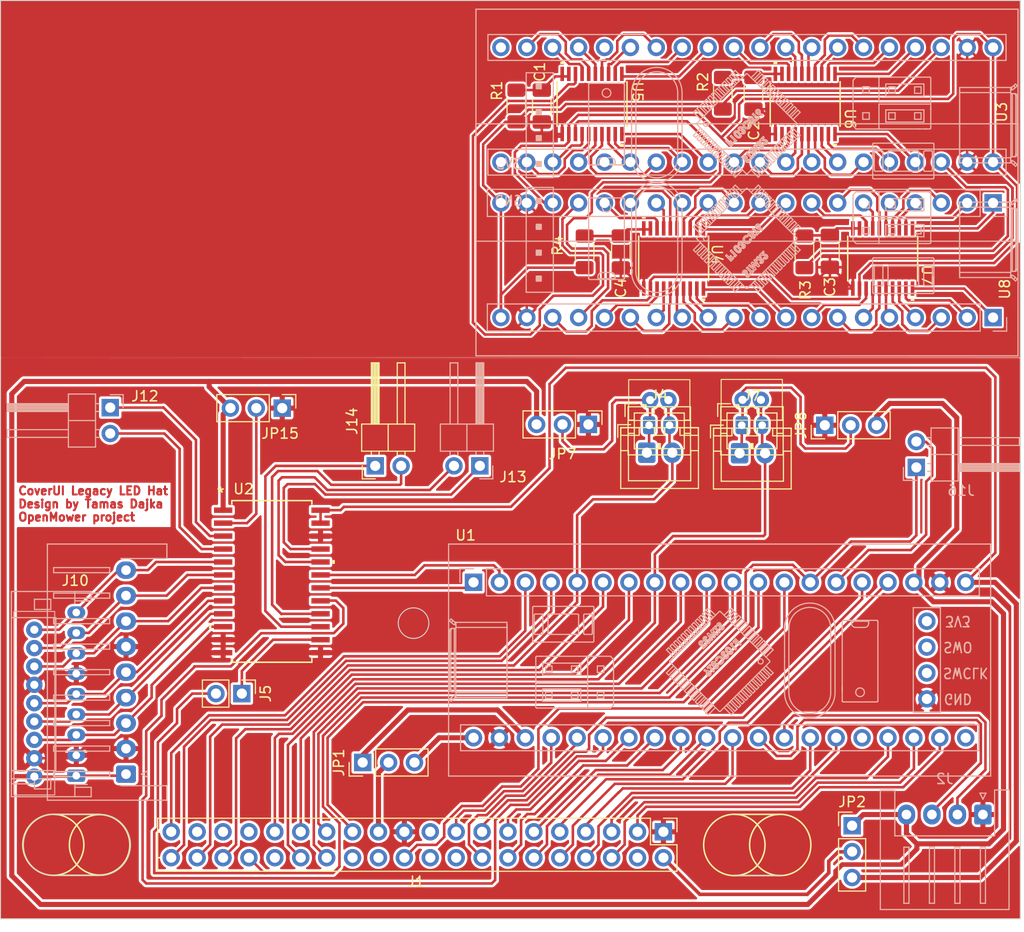
<source format=kicad_pcb>
(kicad_pcb (version 20221018) (generator pcbnew)
  (layers (0 "F.Cu" signal) (31 "B.Cu" signal) (34 "B.Paste" user) (35 "F.Paste" user) (36 "B.SilkS" user "B.Silkscreen") (37 "F.SilkS" user "F.Silkscreen") (38 "B.Mask" user) (39 "F.Mask" user) (44 "Edge.Cuts" user))
  (net 0 "")
  (net 1 "GND")
  (net 2 "+5V")
  (net 3 "/LED2 - D2")
  (net 4 "/LED3 - D3")
  (net 5 "/LED4 - D4")
  (net 6 "/LED5 - D5")
  (net 7 "/S2 (button)")
  (net 8 "/LED6 - D6")
  (net 9 "/S3 (button)")
  (net 10 "/LED7 - D7")
  (net 11 "/S5 (button)")
  (net 12 "/LED8 - D8")
  (net 13 "/LED10 - D10")
  (net 14 "/LED9 - D9")
  (net 15 "/LED11 - D11")
  (net 18 "/S8 (button)")
  (net 19 "/S4 (button)")
  (net 20 "/JP5-2 STOP1")
  (net 21 "/S6 (button)")
  (net 22 "/JP1-10 LiftX")
  (net 23 "/JP1-7 Left Bumper")
  (net 24 "/JP6-2 STOP2")
  (net 25 "/JP1-1 Right Bumper")
  (net 26 "/JP1-4 Lift")
  (net 27 "/Pico-RX_STM32-TX")
  (net 28 "/Pico-TX_STM32-RX")
  (net 29 "Net-(J3-Pin_1)")
  (net 30 "/RAIN")
  (net 31 "Net-(J12-Pin_1)")
  (net 32 "Net-(J12-Pin_2)")
  (net 33 "Net-(J13-Pin_1)")
  (net 34 "Net-(J13-Pin_2)")
  (net 35 "Net-(JP15-C)")
  (net 37 "Net-(J6_STOP2-Pin_1)")
  (net 38 "/ESTOP2")
  (net 39 "/ESTOP1")
  (net 40 "/LED1 - D1")
  (net 49 "/S7 (button)")
  (net 50 "/S1 (button)")
  (net 51 "/S9 (button)")
  (net 54 "/S2_LS")
  (net 55 "/S1_LS")
  (net 56 "Net-(J16-Pin_2)")
  (net 58 "/SOUT_LS")
  (net 59 "/VCC")
  (net 60 "Net-(JP1-A)")
  (net 61 "unconnected-(U1-3V3-Pad44)")
  (net 62 "Net-(JP2-B)")
  (net 63 "/ESTOP2_5V")
  (net 64 "/ESTOP1_5V")
  (net 65 "/RAIN_5V")
  (net 66 "/S2_5V")
  (net 67 "/S1_5V")
  (net 68 "/SOUT_5V")
  (net 69 "Net-(JP1-B)")
  (net 71 "Net-(U4-REFA)")
  (net 72 "Net-(U3-PB12)")
  (net 73 "Net-(U3-PB13)")
  (net 74 "Net-(U3-PB14)")
  (net 75 "Net-(U3-PB10)")
  (net 76 "Net-(U3-PB15)")
  (net 77 "Net-(U3-PB2)")
  (net 78 "Net-(U3-PA8)")
  (net 79 "Net-(U3-PB1)")
  (net 80 "Net-(U3-PA9)")
  (net 81 "Net-(U3-PB0)")
  (net 82 "Net-(U3-PA10)")
  (net 83 "Net-(U3-PA7)")
  (net 84 "Net-(U3-PA11)")
  (net 85 "Net-(U3-PA6)")
  (net 86 "Net-(U3-PA12)")
  (net 87 "Net-(U3-PA5)")
  (net 88 "Net-(U3-PA15)")
  (net 89 "Net-(U3-PA4)")
  (net 90 "Net-(U3-PB3)")
  (net 91 "Net-(U3-PA3)")
  (net 92 "Net-(U3-PB4)")
  (net 93 "Net-(U3-PA2)")
  (net 94 "Net-(U3-PB5)")
  (net 95 "Net-(U3-PA1)")
  (net 96 "Net-(U3-PB6)")
  (net 97 "Net-(U3-PA0)")
  (net 98 "Net-(U3-PB7)")
  (net 100 "Net-(U3-PB8)")
  (net 101 "Net-(U3-PC15)")
  (net 102 "Net-(U3-PB9)")
  (net 103 "Net-(U3-PC14)")
  (net 104 "Net-(U3-PC13)")
  (net 106 "Net-(R1-Pad2)")
  (net 107 "Net-(U4-A1)")
  (net 108 "Net-(U4-A2)")
  (net 109 "Net-(U4-A3)")
  (net 110 "Net-(U4-A4)")
  (net 111 "Net-(U4-A5)")
  (net 112 "Net-(U4-A6)")
  (net 113 "Net-(U4-A7)")
  (net 114 "Net-(U4-A8)")
  (net 115 "Net-(U4-EN)")
  (net 116 "Net-(U5-A1)")
  (net 117 "Net-(U5-A2)")
  (net 118 "Net-(U5-A3)")
  (net 119 "Net-(U5-A4)")
  (net 120 "Net-(U5-A5)")
  (net 121 "Net-(U5-A6)")
  (net 122 "Net-(U5-A7)")
  (net 123 "Net-(U5-A8)")
  (net 124 "Net-(U5-EN)")
  (net 125 "Net-(U6-A1)")
  (net 126 "Net-(U6-A2)")
  (net 127 "Net-(U6-A3)")
  (net 128 "Net-(U6-A4)")
  (net 129 "Net-(U6-A5)")
  (net 130 "Net-(U6-A6)")
  (net 131 "Net-(U6-A7)")
  (net 132 "Net-(U6-A8)")
  (net 133 "Net-(U6-EN)")
  (net 134 "Net-(U7-A1)")
  (net 135 "Net-(U7-A2)")
  (net 136 "Net-(U7-A3)")
  (net 137 "Net-(U7-A4)")
  (net 138 "Net-(U7-A5)")
  (net 139 "Net-(U7-A6)")
  (net 140 "Net-(U7-A7)")
  (net 141 "Net-(U7-A8)")
  (net 142 "Net-(U7-EN)")
  (footprint "Connector_PinHeader_2.54mm:PinHeader_1x03_P2.54mm_Vertical" (layer "F.Cu") (at 133.3224 140.762)
    (fp_text reference "JP2")
    (fp_text value "CoverUI 5V or 3V3")
  )
  (footprint "Capacitor_SMD:C_1206_3216Metric_Pad1.33x1.80mm_HandSolder" (layer "F.Cu") (at 123.645 68.945 -90)
    (fp_text reference "C2")
    (fp_text value "0.1uF" hide)
  )
  (footprint "footprints:TSSOP20_SOT360-1_NEX" (layer "F.Cu") (at 128.720002 69.995052 90)
    (fp_text reference "U6")
    (fp_text value "LSF0108PWJ" hide)
  )
  (footprint "NXP 74LVC4245AD:SOT137-1_NEX" (layer "F.Cu") (at 76.4264 116.8098)
    (fp_text reference "U2")
    (fp_text value "74LVC4245AD" hide)
  )
  (footprint "Resistor_SMD:R_1206_3216Metric_Pad1.30x1.75mm_HandSolder" (layer "F.Cu") (at 120.645 68.945 90)
    (fp_text reference "R2")
    (fp_text value "200k" hide)
  )
  (footprint "Connector_PinHeader_2.54mm:PinHeader_1x03_P2.54mm_Vertical" (layer "F.Cu") (at 107.4652 101.4174 -90)
    (fp_text reference "JP7")
    (fp_text value "STOP1 GND_or_5V")
  )
  (footprint "Connector_PinHeader_2.54mm:PinHeader_1x03_P2.54mm_Vertical" (layer "F.Cu") (at 77.4424 99.8172 -90)
    (fp_text reference "JP15")
    (fp_text value "LS GND_or_5V")
  )
  (footprint "Connector_PinHeader_2.54mm:PinHeader_1x03_P2.54mm_Vertical" (layer "F.Cu") (at 85.3314 134.5644 90)
    (fp_text reference "JP1")
    (fp_text value "CoverUI 5V or 3V3")
  )
  (footprint "Resistor_SMD:R_1206_3216Metric_Pad1.30x1.75mm_HandSolder" (layer "F.Cu") (at 128.645 84.495 -90)
    (fp_text reference "R3")
    (fp_text value "200k" hide)
  )
  (footprint "Capacitor_SMD:C_1206_3216Metric_Pad1.33x1.80mm_HandSolder" (layer "F.Cu") (at 110.645 84.5075 -90)
    (fp_text reference "C4")
    (fp_text value "0.1uF" hide)
  )
  (footprint "Connector_PinHeader_2.54mm:PinHeader_1x02_P2.54mm_Vertical" (layer "F.Cu") (at 73.485 127.808 -90)
    (fp_text reference "J5")
    (fp_text value "SOUT_to_STM32")
  )
  (footprint "footprints:TSSOP20_SOT360-1_NEX" (layer "F.Cu") (at 115.82 85.145052 90)
    (fp_text reference "U4")
    (fp_text value "LSF0108PWJ" hide)
  )
  (footprint "Connector_JST:JST_XH_B2B-XH-A_1x02_P2.50mm_Vertical" (layer "F.Cu") (at 122.288 104.2368)
    (fp_text reference "J6_STOP2" hide)
    (fp_text value "2.54mm" hide)
  )
  (footprint "Connector_JST:JST_PH_B2B-PH-K_1x02_P2.00mm_Vertical" (layer "F.Cu") (at 113.4154 101.4936)
    (fp_text reference "J4")
    (fp_text value "2mm" hide)
  )
  (footprint "footprints:TSSOP20_SOT360-1_NEX" (layer "F.Cu") (at 107.82 69.995052 90)
    (fp_text reference "U5")
    (fp_text value "LSF0108PWJ" hide)
  )
  (footprint "Connector_PinHeader_2.54mm:PinHeader_1x02_P2.54mm_Horizontal" (layer "F.Cu") (at 86.561 105.4814 90)
    (fp_text reference "J14")
    (fp_text value "LS OUT S1_S2")
  )
  (footprint "Capacitor_SMD:C_1206_3216Metric_Pad1.33x1.80mm_HandSolder" (layer "F.Cu") (at 131.145 84.445 -90)
    (fp_text reference "C3")
    (fp_text value "0.1uF" hide)
  )
  (footprint "Resistor_SMD:R_1206_3216Metric_Pad1.30x1.75mm_HandSolder" (layer "F.Cu") (at 107.095 84.495 -90)
    (fp_text reference "R4")
    (fp_text value "200k" hide)
  )
  (footprint "Capacitor_SMD:C_1206_3216Metric_Pad1.33x1.80mm_HandSolder" (layer "F.Cu") (at 102.895 70.195 -90)
    (fp_text reference "C1")
    (fp_text value "0.1uF" hide)
  )
  (footprint "Connector_JST:JST_XH_B2B-XH-A_1x02_P2.50mm_Vertical" (layer "F.Cu") (at 113.1948 104.186)
    (fp_text reference "J5_STOP1" hide)
    (fp_text value "2.54mm" hide)
  )
  (footprint "CustomFootprintLibrary:conn_01x2_1.8mm" (layer "F.Cu") (at 114.4138 99.0298 90)
    (fp_text reference "J3" hide)
    (fp_text value "1.8mm" hide)
  )
  (footprint "Connector_JST:JST_PH_B2B-PH-K_1x02_P2.00mm_Vertical" (layer "F.Cu") (at 122.502 101.4936)
    (fp_text reference "J7")
    (fp_text value "2mm" hide)
  )
  (footprint "Resistor_SMD:R_1206_3216Metric_Pad1.30x1.75mm_HandSolder" (layer "F.Cu") (at 100.395 70.195 -90)
    (fp_text reference "R1")
    (fp_text value "200k" hide)
  )
  (footprint "footprints:TSSOP20_SOT360-1_NEX" (layer "F.Cu") (at 136.319998 85.144948 90)
    (fp_text reference "U7")
    (fp_text value "LSF0108PWJ" hide)
  )
  (footprint "Connector_PinHeader_2.54mm:PinHeader_2x20_P2.54mm_Vertical" (layer "F.Cu") (at 114.82 141.36 -90)
    (fp_text reference "J1")
    (fp_text value "Conn_02x20_Odd_Even")
  )
  (footprint "CustomFootprintLibrary:conn_01x2_1.8mm" (layer "F.Cu") (at 123.4816 99.0044 90)
    (fp_text reference "J8" hide)
    (fp_text value "1.8mm" hide)
  )
  (footprint "Connector_PinHeader_2.54mm:PinHeader_1x03_P2.54mm_Vertical" (layer "F.Cu") (at 130.645 101.4936 90)
    (fp_text reference "JP8")
    (fp_text value "STOP2 GND_or_5V")
  )
  (footprint "Connector_PinHeader_2.54mm:PinHeader_1x02_P2.54mm_Horizontal" (layer "B.Cu") (at 96.8226 105.4814 90)
    (fp_text reference "J13")
    (fp_text value "Spare LS OUT B0_B1")
  )
  (footprint "CustomFootprintLibrary:conn_01x9_1.8mm" (layer "B.Cu") (at 53.1346 128.7478)
    (fp_text reference "J9" hide)
    (fp_text value "1.8mm" hide)
  )
  (footprint "STM32 Pills:YAAJ_BluePill_1" (layer "B.Cu") (at 147.145 79.695 90)
    (fp_text reference "U3")
    (fp_text value "STM32F401RC blue pill" hide)
  )
  (footprint "Connector_JST:JST_XH_S9B-XH-A-1_1x09_P2.50mm_Horizontal" (layer "B.Cu") (at 62.1262 135.7036 90)
    (fp_text reference "J11" hide)
    (fp_text value "2.54mm" hide)
  )
  (footprint "STM32 Pills:YAAJ_BluePill_SWD_1" (layer "B.Cu") (at 96.2 116.9 -90)
    (fp_text reference "U1")
    (fp_text value "STM32F401RC blue pill" hide)
  )
  (footprint "Connector_JST:JST_XH_S4B-XH-A_1x04_P2.50mm_Horizontal" (layer "B.Cu") (at 146.1494 139.6698 180)
    (fp_text reference "J2")
    (fp_text value "OM_Serial")
  )
  (footprint "Connector_PinHeader_2.54mm:PinHeader_1x02_P2.54mm_Horizontal" (layer "B.Cu") (at 139.6216 105.6338)
    (fp_text reference "J16")
    (fp_text value "I2C")
  )
  (footprint "Connector_PinHeader_2.54mm:PinHeader_1x02_P2.54mm_Horizontal" (layer "B.Cu") (at 60.5768 99.7664 180)
    (fp_text reference "J12")
    (fp_text value "Spare LevelShift A0_A1")
  )
  (footprint "STM32 Pills:YAAJ_BluePill_1" (layer "B.Cu") (at 147.145 90.935 90)
    (fp_text reference "U8")
    (fp_text value "STM32F401RC blue pill" hide)
  )
  (footprint "Connector_JST:JST_PH_S9B-PH-K_1x09_P2.00mm_Horizontal" (layer "B.Cu") (at 57.2494 135.8578 90)
    (fp_text reference "J10")
    (fp_text value "2mm" hide)
  )
  (gr_line (start 121.775 145.65) (end 126.3 145.65) (stroke (width 0.15)) (layer "F.SilkS"))
  (gr_line (start 55 145.625) (end 59.525 145.625) (stroke (width 0.15)) (layer "F.SilkS"))
  (gr_circle (center 55 142.6375) (end 57.625 144.075) (stroke (width 0.15)) (fill none) (layer "F.SilkS"))
  (gr_line (start 55 139.65) (end 59.55 139.65) (stroke (width 0.15)) (layer "F.SilkS"))
  (gr_circle (center 59.5375 142.6375) (end 56.575 142.675) (stroke (width 0.15)) (fill none) (layer "F.SilkS"))
  (gr_circle (center 126.275 142.65) (end 123.275 142.8) (stroke (width 0.15)) (fill none) (layer "F.SilkS"))
  (gr_circle (center 121.775 142.65) (end 124.425 144.075) (stroke (width 0.15)) (fill none) (layer "F.SilkS"))
  (gr_line (start 121.775 139.65) (end 126.25 139.65) (stroke (width 0.15)) (layer "F.SilkS"))
  (gr_rect (start 49.82 59.85) (end 149.82 149.9) (stroke (width 0.1)) (fill none) (layer "Edge.Cuts"))
  (gr_arc (start 55.07 145.65) (mid 52.07 142.65) (end 55.07 139.65) (stroke (width 0.1)) (layer "Edge.Cuts"))
  (gr_line (start 59.57 145.65) (end 55.07 145.65) (stroke (width 0.1)) (layer "Edge.Cuts"))
  (gr_circle (center 90.32 120.9) (end 91.82 120.9) (stroke (width 0.1)) (fill none) (layer "Edge.Cuts"))
  (gr_arc (start 59.57 139.65) (mid 62.57 142.65) (end 59.57 145.65) (stroke (width 0.1)) (layer "Edge.Cuts"))
  (gr_line (start 121.82 145.65) (end 126.32 145.65) (stroke (width 0.1)) (layer "Edge.Cuts"))
  (gr_line (start 55.07 139.65) (end 59.57 139.65) (stroke (width 0.1)) (layer "Edge.Cuts"))
  (gr_text "CoverUI Legacy LED Hat\nDesign by Tamas Dajka\nOpenMower project\n" (at 51.4582 110.9678) (layer "F.Cu") (effects (font (size 0.8 0.8) (thickness 0.2) bold) (justify left bottom)))
  (segment (start 110.645 86.07) (end 110.77 86.07) (width 0.25) (layer "F.Cu") (net 1))
  (segment (start 125.795002 72.945) (end 125.795002 71.992951) (width 0.25) (layer "F.Cu") (net 1))
  (segment (start 133.394998 86.445002) (end 134.895 84.945) (width 0.25) (layer "F.Cu") (net 1))
  (segment (start 56.9594 134.1478) (end 57.2494 133.8578) (width 0.25) (layer "F.Cu") (net 1))
  (segment (start 149.045 83.158604) (end 149.045 78.231396) (width 0.25) (layer "F.Cu") (net 1))
  (segment (start 127.545 87.295) (end 129.8575 87.295) (width 0.25) (layer "F.Cu") (net 1))
  (segment (start 125.795002 71.992951) (end 127.442953 70.345) (width 0.25) (layer "F.Cu") (net 1))
  (segment (start 71.6512 123.7948) (end 71.6512 122.5248) (width 0.25) (layer "F.Cu") (net 1))
  (segment (start 124.309551 70.5075) (end 125.795002 71.992951) (width 0.25) (layer "F.Cu") (net 1))
  (segment (start 131.145 86.0075) (end 131.307602 86.0075) (width 0.25) (layer "F.Cu") (net 1))
  (segment (start 126.745 86.495) (end 127.545 87.295) (width 0.25) (layer "F.Cu") (net 1))
  (segment (start 112.895 87.142951) (end 113.542951 86.495) (width 0.25) (layer "F.Cu") (net 1))
  (segment (start 142.105 73.195) (end 144.605 75.695) (width 0.25) (layer "F.Cu") (net 1))
  (segment (start 123.645 70.5075) (end 124.309551 70.5075) (width 0.25) (layer "F.Cu") (net 1))
  (segment (start 107.795 87.795) (end 103.362919 87.795) (width 0.25) (layer "F.Cu") (net 1))
  (segment (start 131.307602 86.0075) (end 133.394998 88.094896) (width 0.25) (layer "F.Cu") (net 1))
  (segment (start 102.895 73.195) (end 98.895 73.195) (width 0.25) (layer "F.Cu") (net 1))
  (segment (start 110.77 86.07) (end 112.895 88.195) (width 0.25) (layer "F.Cu") (net 1))
  (segment (start 97.645 76.945) (end 98.645 77.945) (width 0.25) (layer "F.Cu") (net 1))
  (segment (start 62.5472 133.2036) (end 62.1262 133.2036) (width 0.25) (layer "F.Cu") (net 1))
  (segment (start 101.425 89.732919) (end 101.425 90.935) (width 0.25) (layer "F.Cu") (net 1))
  (segment (start 102.895 71.7575) (end 102.895 73.195) (width 0.25) (layer "F.Cu") (net 1))
  (segment (start 102.62 85.07) (end 107.9651 85.07) (width 0.25) (layer "F.Cu") (net 1))
  (segment (start 127.442953 70.345) (end 136.245 70.345) (width 0.25) (layer "F.Cu") (net 1))
  (segment (start 53.1346 134.1478) (end 56.9594 134.1478) (width 0.25) (layer "F.Cu") (net 1))
  (segment (start 104.895 73.195) (end 102.895 73.195) (width 0.25) (layer "F.Cu") (net 1))
  (segment (start 101.425 83.875) (end 102.62 85.07) (width 0.25) (layer "F.Cu") (net 1))
  (segment (start 62.1262 133.2036) (end 57.9036 133.2036) (width 0.25) (layer "F.Cu") (net 1))
  (segment (start 146.505 77.595) (end 144.605 75.695) (width 0.25) (layer "F.Cu") (net 1))
  (segment (start 101.425 79.695) (end 101.425 83.875) (width 0.25) (layer "F.Cu") (net 1))
  (segment (start 112.895 88.095) (end 112.895 87.142951) (width 0.25) (layer "F.Cu") (net 1))
  (segment (start 136.245 70.345) (end 139.095 73.195) (width 0.25) (layer "F.Cu") (net 1))
  (segment (start 149.045 78.231396) (end 148.408604 77.595) (width 0.25) (layer "F.Cu") (net 1))
  (segment (start 147.258604 84.945) (end 149.045 83.158604) (width 0.25) (layer "F.Cu") (net 1))
  (segment (start 98.895 73.195) (end 97.645 74.445) (width 0.25) (layer "F.Cu") (net 1))
  (segment (start 144.605 75.695) (end 144.605 64.455) (width 0.25) (layer "F.Cu") (net 1))
  (segment (start 103.362919 87.795) (end 101.425 89.732919) (width 0.25) (layer "F.Cu") (net 1))
  (segment (start 82.2684 123.7948) (end 81.2016 123.7948) (width 0.25) (layer "F.Cu") (net 1))
  (segment (start 108.445 87.145) (end 107.795 87.795) (width 0.25) (layer "F.Cu") (net 1))
  (segment (start 57.9036 133.2036) (end 57.2494 133.8578) (width 0.25) (layer "F.Cu") (net 1))
  (segment (start 129.8575 87.295) (end 131.145 86.0075) (width 0.25) (layer "F.Cu") (net 1))
  (segment (start 97.645 74.445) (end 97.645 76.945) (width 0.25) (layer "F.Cu") (net 1))
  (segment (start 139.095 73.195) (end 142.105 73.195) (width 0.25) (layer "F.Cu") (net 1))
  (segment (start 148.408604 77.595) (end 146.505 77.595) (width 0.25) (layer "F.Cu") (net 1))
  (segment (start 108.445 85.5499) (end 108.445 87.145) (width 0.25) (layer "F.Cu") (net 1))
  (segment (start 134.895 84.945) (end 147.258604 84.945) (width 0.25) (layer "F.Cu") (net 1))
  (segment (start 99.675 77.945) (end 101.425 79.695) (width 0.25) (layer "F.Cu") (net 1))
  (segment (start 98.64 132.14) (end 98.74 132.14) (width 0.25) (layer "F.Cu") (net 1))
  (segment (start 98.645 77.945) (end 99.675 77.945) (width 0.25) (layer "F.Cu") (net 1))
  (segment (start 123.645 70.5075) (end 123.645 70.794998) (width 0.25) (layer "F.Cu") (net 1))
  (segment (start 113.542951 86.495) (end 126.745 86.495) (width 0.25) (layer "F.Cu") (net 1))
  (segment (start 133.394998 88.094896) (end 133.394998 86.445002) (width 0.25) (layer "F.Cu") (net 1))
  (segment (start 107.9651 85.07) (end 108.445 85.5499) (width 0.25) (layer "F.Cu") (net 1))
  (segment (start 134.4146 139.6698) (end 133.3224 140.762) (width 0.5) (layer "F.Cu") (net 2))
  (segment (start 137.0054 99.36) (end 135.725 100.6404) (width 0.5) (layer "F.Cu") (net 2))
  (segment (start 146.9988 118.8022) (end 148.1672 119.9706) (width 0.5) (layer "F.Cu") (net 2))
  (segment (start 139.38 116.9) (end 141.2822 118.8022) (width 0.5) (layer "F.Cu") (net 2))
  (segment (start 143.584 111.6536) (end 143.584 100.757) (width 0.5) (layer "F.Cu") (net 2))
  (segment (start 50.9248 136.3678) (end 50.9248 98.4202) (width 0.5) (layer "F.Cu") (net 2))
  (segment (start 57.2494 135.8578) (end 61.972 135.8578) (width 0.25) (layer "F.Cu") (net 2))
  (segment (start 101.42 97.201) (end 70.2796 97.201) (width 0.5) (layer "F.Cu") (net 2))
  (segment (start 102.3852 98.1662) (end 101.42 97.201) (width 0.5) (layer "F.Cu") (net 2))
  (segment (start 51.3448 135.9478) (end 53.1346 135.9478) (width 0.5) (layer "F.Cu") (net 2))
  (segment (start 139.8756 115.362) (end 143.584 111.6536) (width 0.5) (layer "F.Cu") (net 2))
  (segment (start 142.187 99.36) (end 137.0054 99.36) (width 0.5) (layer "F.Cu") (net 2))
  (segment (start 138.1992 144.5212) (end 139.6724 143.048) (width 0.5) (layer "F.Cu") (net 2))
  (segment (start 132.3572 144.572) (end 131.7222 145.207) (width 0.45) (layer "F.Cu") (net 2))
  (segment (start 72.3624 99.8172) (end 72.2608 99.8172) (width 0.5) (layer "F.Cu") (net 2))
  (segment (start 146.7336 142.54) (end 139.6724 142.54) (width 0.5) (layer "F.Cu") (net 2))
  (segment (start 131.7222 145.7404) (end 128.979 148.4836) (width 0.5) (layer "F.Cu") (net 2))
  (segment (start 53.1346 135.9478) (end 57.1594 135.9478) (width 0.25) (layer "F.Cu") (net 2))
  (segment (start 139.6724 142.54) (end 138.6494 141.517) (width 0.5) (layer "F.Cu") (net 2))
  (segment (start 50.9248 98.4202) (end 52.144 97.201) (width 0.5) (layer "F.Cu") (net 2))
  (segment (start 138.1484 144.572) (end 138.1992 144.5212) (width 0.4) (layer "F.Cu") (net 2))
  (segment (start 141.2822 118.8022) (end 146.9988 118.8022) (width 0.5) (layer "F.Cu") (net 2))
  (segment (start 139.6724 143.048) (end 139.6724 142.54) (width 0.5) (layer "F.Cu") (net 2))
  (segment (start 71.6512 100.4268) (end 71.6512 109.8248) (width 0.5) (layer "F.Cu") (net 2))
  (segment (start 138.6494 139.6698) (end 134.4146 139.6698) (width 0.5) (layer "F.Cu") (net 2))
  (segment (start 148.1672 119.9706) (end 148.1672 141.1064) (width 0.5) (layer "F.Cu") (net 2))
  (segment (start 50.9248 136.3678) (end 51.3448 135.9478) (width 0.5) (layer "F.Cu") (net 2))
  (segment (start 138.6494 141.517) (end 138.6494 139.6698) (width 0.5) (layer "F.Cu") (net 2))
  (segment (start 52.144 97.201) (end 70.2796 97.201) (width 0.5) (layer "F.Cu") (net 2))
  (segment (start 131.7222 145.207) (end 131.7222 145.7404) (width 0.5) (layer "F.Cu") (net 2))
  (segment (start 70.2796 97.7344) (end 70.2796 97.201) (width 0.5) (layer "F.Cu") (net 2))
  (segment (start 135.725 100.6404) (end 135.725 101.4936) (width 0.5) (layer "F.Cu") (net 2))
  (segment (start 148.1672 141.1064) (end 146.7336 142.54) (width 0.5) (layer "F.Cu") (net 2))
  (segment (start 57.1594 135.9478) (end 57.2494 135.8578) (width 0.25) (layer "F.Cu") (net 2))
  (segment (start 138.1484 144.572) (end 132.3572 144.572) (width 0.45) (layer "F.Cu") (net 2))
  (segment (start 139.38 116.9) (end 139.8756 116.4044) (width 0.5) (layer "F.Cu") (net 2))
  (segment (start 61.972 135.8578) (end 62.1262 135.7036) (width 0.25) (layer "F.Cu") (net 2))
  (segment (start 50.9248 145.6642) (end 50.9248 136.3678) (width 0.5) (layer "F.Cu") (net 2))
  (segment (start 139.8756 116.4044) (end 139.8756 115.362) (width 0.5) (layer "F.Cu") (net 2))
  (segment (start 102.3852 101.4174) (end 102.3852 98.1662) (width 0.5) (layer "F.Cu") (net 2))
  (segment (start 72.2608 99.8172) (end 71.6512 100.4268) (width 0.5) (layer "F.Cu") (net 2))
  (segment (start 143.584 100.757) (end 142.187 99.36) (width 0.5) (layer "F.Cu") (net 2))
  (segment (start 128.979 148.4836) (end 53.7442 148.4836) (width 0.5) (layer "F.Cu") (net 2))
  (segment (start 53.7442 148.4836) (end 50.9248 145.6642) (width 0.5) (layer "F.Cu") (net 2))
  (segment (start 72.3624 99.8172) (end 70.2796 97.7344) (width 0.5) (layer "F.Cu") (net 2))
  (segment (start 134.7448 136.0884) (end 136.84 133.9932) (width 0.25) (layer "F.Cu") (net 3))
  (segment (start 136.84 133.9932) (end 136.84 132.14) (width 0.25) (layer "F.Cu") (net 3))
  (segment (start 111.890119 138.0078) (end 127.847 138.0078) (width 0.25) (layer "F.Cu") (net 3))
  (segment (start 109.74 141.36) (end 109.74 140.157919) (width 0.25) (layer "F.Cu") (net 3))
  (segment (start 109.74 140.157919) (end 111.890119 138.0078) (width 0.25) (layer "F.Cu") (net 3))
  (segment (start 127.847 138.0078) (end 129.7664 136.0884) (width 0.25) (layer "F.Cu") (net 3))
  (segment (start 129.7664 136.0884) (end 134.7448 136.0884) (width 0.25) (layer "F.Cu") (net 3))
  (segment (start 139.38 132.14) (end 139.38 135.187) (width 0.25) (layer "F.Cu") (net 4))
  (segment (start 111.0212 142.6188) (end 109.74 143.9) (width 0.25) (layer "F.Cu") (net 4))
  (segment (start 112.943004 138.4578) (end 111.0212 140.379604) (width 0.25) (layer "F.Cu") (net 4))
  (segment (start 129.952796 136.5384) (end 128.033396 138.4578) (width 0.25) (layer "F.Cu") (net 4))
  (segment (start 138.0286 136.5384) (end 129.952796 136.5384) (width 0.25) (layer "F.Cu") (net 4))
  (segment (start 111.0212 140.379604) (end 111.0212 142.6188) (width 0.25) (layer "F.Cu") (net 4))
  (segment (start 128.033396 138.4578) (end 112.943004 138.4578) (width 0.25) (layer "F.Cu") (net 4))
  (segment (start 139.38 135.187) (end 138.0286 136.5384) (width 0.25) (layer "F.Cu") (net 4))
  (segment (start 110.437 137.5108) (end 110.84 137.1078) (width 0.25) (layer "F.Cu") (net 5))
  (segment (start 129.22 135.3394) (end 129.22 132.14) (width 0.25) (layer "F.Cu") (net 5))
  (segment (start 110.84 137.1078) (end 127.4516 137.1078) (width 0.25) (layer "F.Cu") (net 5))
  (segment (start 127.4516 137.1078) (end 129.22 135.3394) (width 0.25) (layer "F.Cu") (net 5))
  (segment (start 107.2 141.36) (end 107.2 140.7224) (width 0.25) (layer "F.Cu") (net 5))
  (segment (start 107.2 140.7224) (end 110.4116 137.5108) (width 0.25) (layer "F.Cu") (net 5))
  (segment (start 110.4116 137.5108) (end 110.437 137.5108) (width 0.25) (layer "F.Cu") (net 5))
  (segment (start 107.2 143.9) (end 108.4558 142.6442) (width 0.25) (layer "F.Cu") (net 6))
  (segment (start 108.4558 140.805723) (end 111.703723 137.5578) (width 0.25) (layer "F.Cu") (net 6))
  (segment (start 131.76 133.435796) (end 131.76 132.14) (width 0.25) (layer "F.Cu") (net 6))
  (segment (start 108.4558 142.6442) (end 108.4558 140.805723) (width 0.25) (layer "F.Cu") (net 6))
  (segment (start 111.703723 137.5578) (end 127.637996 137.5578) (width 0.25) (layer "F.Cu") (net 6))
  (segment (start 127.637996 137.5578) (end 131.76 133.435796) (width 0.25) (layer "F.Cu") (net 6))
  (segment (start 123.0872 130.6528) (end 121.235499 130.6528) (width 0.25) (layer "F.Cu") (net 7))
  (segment (start 116.7184 136.2078) (end 109.2 136.2078) (width 0.25) (layer "F.Cu") (net 7))
  (segment (start 120.343 131.545299) (end 120.343 132.5832) (width 0.25) (layer "F.Cu") (net 7))
  (segment (start 136.84 116.9) (end 123.0872 130.6528) (width 0.25) (layer "F.Cu") (net 7))
  (segment (start 109.2 136.2078) (end 104.66 140.7478) (width 0.25) (layer "F.Cu") (net 7))
  (segment (start 121.235499 130.6528) (end 120.343 131.545299) (width 0.25) (layer "F.Cu") (net 7))
  (segment (start 120.343 132.5832) (end 116.7184 136.2078) (width 0.25) (layer "F.Cu") (net 7))
  (segment (start 104.66 140.7478) (end 104.66 141.36) (width 0.25) (layer "F.Cu") (net 7))
  (segment (start 121.6 132.14) (end 121.6 135.949) (width 0.25) (layer "F.Cu") (net 8))
  (segment (start 110.050499 136.6578) (end 105.9412 140.767099) (width 0.25) (layer "F.Cu") (net 8))
  (segment (start 120.8912 136.6578) (end 110.050499 136.6578) (width 0.25) (layer "F.Cu") (net 8))
  (segment (start 121.6 135.949) (end 120.8912 136.6578) (width 0.25) (layer "F.Cu") (net 8))
  (segment (start 105.9412 140.767099) (end 105.9412 142.6188) (width 0.25) (layer "F.Cu") (net 8))
  (segment (start 105.9412 142.6188) (end 104.66 143.9) (width 0.25) (layer "F.Cu") (net 8))
  (segment (start 116.52 133.536) (end 116.52 132.14) (width 0.25) (layer "F.Cu") (net 9))
  (segment (start 102.12 141.36) (end 108.1722 135.3078) (width 0.25) (layer "F.Cu") (net 9))
  (segment (start 108.1722 135.3078) (end 114.7482 135.3078) (width 0.25) (layer "F.Cu") (net 9))
  (segment (start 114.7482 135.3078) (end 116.52 133.536) (width 0.25) (layer "F.Cu") (net 9))
  (segment (start 103.4012 140.8128) (end 103.4012 142.6188) (width 0.25) (layer "F.Cu") (net 10))
  (segment (start 115.4422 135.7578) (end 108.4562 135.7578) (width 0.25) (layer "F.Cu") (net 10))
  (segment (start 119.06 132.14) (end 115.4422 135.7578) (width 0.25) (layer "F.Cu") (net 10))
  (segment (start 103.4012 142.6188) (end 102.12 143.9) (width 0.25) (layer "F.Cu") (net 10))
  (segment (start 108.4562 135.7578) (end 103.4012 140.8128) (width 0.25) (layer "F.Cu") (net 10))
  (segment (start 99.58 139.9858) (end 100.393 139.1728) (width 0.25) (layer "F.Cu") (net 11))
  (segment (start 101.7672 139.1728) (end 106.5322 134.4078) (width 0.25) (layer "F.Cu") (net 11))
  (segment (start 99.58 141.36) (end 99.58 139.9858) (width 0.25) (layer "F.Cu") (net 11))
  (segment (start 100.393 139.1728) (end 101.7672 139.1728) (width 0.25) (layer "F.Cu") (net 11))
  (segment (start 109.1722 134.4078) (end 111.44 132.14) (width 0.25) (layer "F.Cu") (net 11))
  (segment (start 106.5322 134.4078) (end 109.1722 134.4078) (width 0.25) (layer "F.Cu") (net 11))
  (segment (start 102.195499 139.6228) (end 101.467 139.6228) (width 0.25) (layer "F.Cu") (net 12))
  (segment (start 100.8612 142.6188) (end 99.58 143.9) (width 0.25) (layer "F.Cu") (net 12))
  (segment (start 113.98 132.14) (end 111.2622 134.8578) (width 0.25) (layer "F.Cu") (net 12))
  (segment (start 101.467 139.6228) (end 100.8612 140.2286) (width 0.25) (layer "F.Cu") (net 12))
  (segment (start 106.960499 134.8578) (end 102.195499 139.6228) (width 0.25) (layer "F.Cu") (net 12))
  (segment (start 111.2622 134.8578) (end 106.960499 134.8578) (width 0.25) (layer "F.Cu") (net 12))
  (segment (start 100.8612 140.2286) (end 100.8612 142.6188) (width 0.25) (layer "F.Cu") (net 12))
  (segment (start 107.2366 133.5078) (end 107.535 133.2094) (width 0.25) (layer "F.Cu") (net 13))
  (segment (start 99.5658 138.2728) (end 101.394408 138.2728) (width 0.25) (layer "F.Cu") (net 13))
  (segment (start 97.14 141.36) (end 97.04 141.36) (width 0.25) (layer "F.Cu") (net 13))
  (segment (start 109.208099 130.1702) (end 122.655796 130.1702) (width 0.25) (layer "F.Cu") (net 13))
  (segment (start 107.535 133.2094) (end 107.535 131.843299) (width 0.25) (layer "F.Cu") (net 13))
  (segment (start 134.3 118.525996) (end 134.3 116.9) (width 0.25) (layer "F.Cu") (net 13))
  (segment (start 122.655796 130.1702) (end 134.3 118.525996) (width 0.25) (layer "F.Cu") (net 13))
  (segment (start 106.159408 133.5078) (end 107.2366 133.5078) (width 0.25) (layer "F.Cu") (net 13))
  (segment (start 107.535 131.843299) (end 109.208099 130.1702) (width 0.25) (layer "F.Cu") (net 13))
  (segment (start 97.04 141.36) (end 97.04 140.7986) (width 0.25) (layer "F.Cu") (net 13))
  (segment (start 97.04 140.7986) (end 99.5658 138.2728) (width 0.25) (layer "F.Cu") (net 13))
  (segment (start 101.394408 138.2728) (end 106.159408 133.5078) (width 0.25) (layer "F.Cu") (net 13))
  (segment (start 97.470604 139.7316) (end 96.6338 139.7316) (width 0.25) (layer "F.Cu") (net 14))
  (segment (start 96.6338 139.7316) (end 95.7558 140.6096) (width 0.25) (layer "F.Cu") (net 14))
  (segment (start 99.379404 137.8228) (end 97.470604 139.7316) (width 0.25) (layer "F.Cu") (net 14))
  (segment (start 106.36 132.14) (end 106.36 132.670812) (width 0.25) (layer "F.Cu") (net 14))
  (segment (start 101.208012 137.8228) (end 99.379404 137.8228) (width 0.25) (layer "F.Cu") (net 14))
  (segment (start 106.36 132.670812) (end 101.208012 137.8228) (width 0.25) (layer "F.Cu") (net 14))
  (segment (start 95.7558 140.6096) (end 95.7558 142.6158) (width 0.25) (layer "F.Cu") (net 14))
  (segment (start 95.7558 142.6158) (end 97.04 143.9) (width 0.25) (layer "F.Cu") (net 14))
  (segment (start 94.5 140.0366) (end 94.5 141.36) (width 0.25) (layer "F.Cu") (net 15))
  (segment (start 103.591796 132.14) (end 103.82 132.14) (width 0.25) (layer "F.Cu") (net 15))
  (segment (start 97.284208 139.2816) (end 95.255 139.2816) (width 0.25) (layer "F.Cu") (net 15))
  (segment (start 101.021616 137.3728) (end 99.193008 137.3728) (width 0.25) (layer "F.Cu") (net 15))
  (segment (start 103.82 134.574416) (end 101.021616 137.3728) (width 0.25) (layer "F.Cu") (net 15))
  (segment (start 103.82 132.14) (end 103.82 134.574416) (width 0.25) (layer "F.Cu") (net 15))
  (segment (start 103.82 132.3416) (end 103.833 132.3546) (width 0.25) (layer "F.Cu") (net 15))
  (segment (start 95.255 139.2816) (end 94.5 140.0366) (width 0.25) (layer "F.Cu") (net 15))
  (segment (start 99.193008 137.3728) (end 97.284208 139.2816) (width 0.25) (layer "F.Cu") (net 15))
  (segment (start 103.82 132.14) (end 103.82 132.3416) (width 0.25) (layer "F.Cu") (net 15))
  (segment (start 94.5 141.152804) (end 94.5 141.36) (width 0.25) (layer "F.Cu") (net 15))
  (segment (start 119.06 120.9376) (end 119.06 116.9) (width 0.25) (layer "F.Cu") (net 18))
  (segment (start 80.5412 131.576972) (end 84.817772 127.3004) (width 0.25) (layer "F.Cu") (net 18))
  (segment (start 81.8 143.9) (end 80.5412 142.6412) (width 0.25) (layer "F.Cu") (net 18))
  (segment (start 84.817772 127.3004) (end 112.6972 127.3004) (width 0.25) (layer "F.Cu") (net 18))
  (segment (start 112.6972 127.3004) (end 119.06 120.9376) (width 0.25) (layer "F.Cu") (net 18))
  (segment (start 80.5412 142.6412) (end 80.5412 131.576972) (width 0.25) (layer "F.Cu") (net 18))
  (segment (start 79.26 132.221776) (end 84.631376 126.8504) (width 0.25) (layer "F.Cu") (net 19))
  (segment (start 79.26 141.36) (end 79.26 132.221776) (width 0.25) (layer "F.Cu") (net 19))
  (segment (start 116.52 120.7846) (end 116.52 116.9) (width 0.25) (layer "F.Cu") (net 19))
  (segment (start 84.631376 126.8504) (end 110.4542 126.8504) (width 0.25) (layer "F.Cu") (net 19))
  (segment (start 110.4542 126.8504) (end 116.52 120.7846) (width 0.25) (layer "F.Cu") (net 19))
  (segment (start 115.771 112.3648) (end 124.6356 112.3648) (width 0.25) (layer "F.Cu") (net 20))
  (segment (start 124.6356 112.3648) (end 124.788 112.2124) (width 0.25) (layer "F.Cu") (net 20))
  (segment (start 78.0012 142.6412) (end 78.0012 132.84418) (width 0.25) (layer "F.Cu") (net 20))
  (segment (start 78.0012 132.84418) (end 84.44498 126.4004) (width 0.25) (layer "F.Cu") (net 20))
  (segment (start 113.98 114.1558) (end 115.771 112.3648) (width 0.25) (layer "F.Cu") (net 20))
  (segment (start 79.26 143.9) (end 78.0012 142.6412) (width 0.25) (layer "F.Cu") (net 20))
  (segment (start 124.3816 99.0044) (end 124.3816 101.3732) (width 0.25) (layer "F.Cu") (net 20))
  (segment (start 113.98 120.8614) (end 113.98 116.9) (width 0.25) (layer "F.Cu") (net 20))
  (segment (start 124.788 112.2124) (end 124.788 104.2368) (width 0.25) (layer "F.Cu") (net 20))
  (segment (start 84.44498 126.4004) (end 108.441 126.4004) (width 0.25) (layer "F.Cu") (net 20))
  (segment (start 108.441 126.4004) (end 113.98 120.8614) (width 0.25) (layer "F.Cu") (net 20))
  (segment (start 124.502 101.4936) (end 124.502 103.9508) (width 0.25) (layer "F.Cu") (net 20))
  (segment (start 113.98 116.9) (end 113.98 114.1558) (width 0.25) (layer "F.Cu") (net 20))
  (segment (start 124.502 103.9508) (end 124.788 104.2368) (width 0.25) (layer "F.Cu") (net 20))
  (segment (start 124.3816 101.3732) (end 124.502 101.4936) (width 0.25) (layer "F.Cu") (net 20))
  (segment (start 111.44 120.5814) (end 111.44 116.9) (width 0.25) (layer "F.Cu") (net 21))
  (segment (start 76.72 132.1626) (end 77.1338 131.7488) (width 0.25) (layer "F.Cu") (net 21))
  (segment (start 77.1338 131.7488) (end 78.460184 131.7488) (width 0.25) (layer "F.Cu") (net 21))
  (segment (start 106.071 125.9504) (end 111.44 120.5814) (width 0.25) (layer "F.Cu") (net 21))
  (segment (start 76.72 141.36) (end 76.72 132.1626) (width 0.25) (layer "F.Cu") (net 21))
  (segment (start 84.258584 125.9504) (end 106.071 125.9504) (width 0.25) (layer "F.Cu") (net 21))
  (segment (start 78.460184 131.7488) (end 84.258584 125.9504) (width 0.25) (layer "F.Cu") (net 21))
  (segment (start 122.883 115.9208) (end 123.6196 115.1842) (width 0.25) (layer "F.Cu") (net 22))
  (segment (start 122.883 120.718) (end 122.883 115.9208) (width 0.25) (layer "F.Cu") (net 22))
  (segment (start 127.5042 115.1842) (end 129.22 116.9) (width 0.25) (layer "F.Cu") (net 22))
  (segment (start 65.2504 132.5832) (end 65.2504 141.007899) (width 0.25) (layer "F.Cu") (net 22))
  (segment (start 82.4208 145.4102) (end 83.0558 144.7752) (width 0.25) (layer "F.Cu") (net 22))
  (segment (start 85.190564 128.2004) (end 115.4006 128.2004) (width 0.25) (layer "F.Cu") (net 22))
  (segment (start 81.4412 131.949764) (end 85.190564 128.2004) (width 0.25) (layer "F.Cu") (net 22))
  (segment (start 67.13 129.3066) (end 67.13 130.7036) (width 0.25) (layer "F.Cu") (net 22))
  (segment (start 75.6902 145.4102) (end 74.18 143.9) (width 0.25) (layer "F.Cu") (net 22))
  (segment (start 65.2504 141.007899) (end 64.8948 141.363499) (width 0.25) (layer "F.Cu") (net 22))
  (segment (start 64.8948 141.363499) (end 64.8948 145.4102) (width 0.25) (layer "F.Cu") (net 22))
  (segment (start 139.012 112.8982) (end 133.2218 112.8982) (width 0.25) (layer "F.Cu") (net 22))
  (segment (start 139.6216 112.2886) (end 139.012 112.8982) (width 0.25) (layer "F.Cu") (net 22))
  (segment (start 75.8168 145.4102) (end 75.6902 145.4102) (width 0.25) (layer "F.Cu") (net 22))
  (segment (start 68.6286 127.808) (end 67.13 129.3066) (width 0.25) (layer "F.Cu") (net 22))
  (segment (start 75.8168 145.4102) (end 82.4208 145.4102) (width 0.25) (layer "F.Cu") (net 22))
  (segment (start 81.4412 138.8934) (end 81.4412 131.949764) (width 0.25) (layer "F.Cu") (net 22))
  (segment (start 64.8948 145.4102) (end 75.8168 145.4102) (width 0.25) (layer "F.Cu") (net 22))
  (segment (start 133.2218 112.8982) (end 129.22 116.9) (width 0.25) (layer "F.Cu") (net 22))
  (segment (start 115.4006 128.2004) (end 122.883 120.718) (width 0.25) (layer "F.Cu") (net 22))
  (segment (start 123.6196 115.1842) (end 127.5042 115.1842) (width 0.25) (layer "F.Cu") (net 22))
  (segment (start 83.0558 144.7752) (end 83.0558 140.508) (width 0.25) (layer "F.Cu") (net 22))
  (segment (start 139.6216 105.6338) (end 139.6216 112.2886) (width 0.25) (layer "F.Cu") (net 22))
  (segment (start 74.18 143.9) (end 73.9002 143.9) (width 0.25) (layer "F.Cu") (net 22))
  (segment (start 67.13 130.7036) (end 65.2504 132.5832) (width 0.25) (layer "F.Cu") (net 22))
  (segment (start 83.0558 140.508) (end 81.4412 138.8934) (width 0.25) (layer "F.Cu") (net 22))
  (segment (start 70.945 127.808) (end 68.6286 127.808) (width 0.25) (layer "F.Cu") (net 22))
  (segment (start 72.9212 142.6188) (end 72.9212 132.2022) (width 0.25) (layer "F.Cu") (net 23))
  (segment (start 73.8246 131.2988) (end 78.273788 131.2988) (width 0.25) (layer "F.Cu") (net 23))
  (segment (start 78.273788 131.2988) (end 84.072188 125.5004) (width 0.25) (layer "F.Cu") (net 23))
  (segment (start 71.64 143.9) (end 72.9212 142.6188) (width 0.25) (layer "F.Cu") (net 23))
  (segment (start 108.9 116.9) (end 109.026 116.9) (width 0.25) (layer "F.Cu") (net 23))
  (segment (start 71.64 143.9) (end 71.2078 143.9) (width 0.25) (layer "F.Cu") (net 23))
  (segment (start 102.6862 125.5004) (end 108.9 119.2866) (width 0.25) (layer "F.Cu") (net 23))
  (segment (start 108.9 119.2866) (end 108.9 116.9) (width 0.25) (layer "F.Cu") (net 23))
  (segment (start 72.9212 132.2022) (end 73.8246 131.2988) (width 0.25) (layer "F.Cu") (net 23))
  (segment (start 84.072188 125.5004) (end 102.6862 125.5004) (width 0.25) (layer "F.Cu") (net 23))
  (segment (start 115.4154 103.9066) (end 115.6948 104.186) (width 0.25) (layer "F.Cu") (net 24))
  (segment (start 115.4154 101.4936) (end 115.4154 103.9066) (width 0.25) (layer "F.Cu") (net 24))
  (segment (start 106.36 110.3204) (end 106.36 116.9) (width 0.25) (layer "F.Cu") (net 24))
  (segment (start 70.3812 142.6188) (end 70.3812 132.0244) (width 0.25) (layer "F.Cu") (net 24))
  (segment (start 115.6948 104.186) (end 115.6948 106.9546) (width 0.25) (layer "F.Cu") (net 24))
  (segment (start 113.8914 108.758) (end 107.9224 108.758) (width 0.25) (layer "F.Cu") (net 24))
  (segment (start 78.087392 130.8488) (end 83.885792 125.0504) (width 0.25) (layer "F.Cu") (net 24))
  (segment (start 106.36 118.8548) (end 106.36 116.9) (width 0.25) (layer "F.Cu") (net 24))
  (segment (start 115.6948 106.9546) (end 113.8914 108.758) (width 0.25) (layer "F.Cu") (net 24))
  (segment (start 100.1644 125.0504) (end 106.36 118.8548) (width 0.25) (layer "F.Cu") (net 24))
  (segment (start 115.3138 99.0298) (end 115.3138 101.392) (width 0.25) (layer "F.Cu") (net 24))
  (segment (start 115.6948 104.186) (end 115.9488 104.186) (width 0.25) (layer "F.Cu") (net 24))
  (segment (start 68.7948 143.9) (end 69.1 143.9) (width 0.25) (layer "F.Cu") (net 24))
  (segment (start 107.9224 108.758) (end 106.36 110.3204) (width 0.25) (layer "F.Cu") (net 24))
  (segment (start 71.5568 130.8488) (end 78.087392 130.8488) (width 0.25) (layer "F.Cu") (net 24))
  (segment (start 69.1 143.9) (end 70.3812 142.6188) (width 0.25) (layer "F.Cu") (net 24))
  (segment (start 115.3138 101.392) (end 115.4154 101.4936) (width 0.25) (layer "F.Cu") (net 24))
  (segment (start 70.3812 132.0244) (end 71.5568 130.8488) (width 0.25) (layer "F.Cu") (net 24))
  (segment (start 83.885792 125.0504) (end 100.1644 125.0504) (width 0.25) (layer "F.Cu") (net 24))
  (segment (start 70.2542 129.9416) (end 77.7218 129.9416) (width 0.25) (layer "F.Cu") (net 25))
  (segment (start 77.7218 129.9416) (end 83.513 124.1504) (width 0.25) (layer "F.Cu") (net 25))
  (segment (start 83.513 124.1504) (end 98.774212 124.1504) (width 0.25) (layer "F.Cu") (net 25))
  (segment (start 98.774212 124.1504) (end 101.28 121.644612) (width 0.25) (layer "F.Cu") (net 25))
  (segment (start 66.56 133.6358) (end 70.2542 129.9416) (width 0.25) (layer "F.Cu") (net 25))
  (segment (start 101.28 121.644612) (end 101.28 116.9) (width 0.25) (layer "F.Cu") (net 25))
  (segment (start 66.56 141.36) (end 66.56 133.6358) (width 0.25) (layer "F.Cu") (net 25))
  (segment (start 103.82 119.741008) (end 103.82 116.9) (width 0.25) (layer "F.Cu") (net 26))
  (segment (start 67.8158 133.016396) (end 70.433396 130.3988) (width 0.25) (layer "F.Cu") (net 26))
  (segment (start 103.82 117) (end 103.82 116.9) (width 0.25) (layer "F.Cu") (net 26))
  (segment (start 83.699396 124.6004) (end 98.960608 124.6004) (width 0.25) (layer "F.Cu") (net 26))
  (segment (start 70.433396 130.3988) (end 77.900996 130.3988) (width 0.25) (layer "F.Cu") (net 26))
  (segment (start 103.833 117.013) (end 103.82 117) (width 0.25) (layer "F.Cu") (net 26))
  (segment (start 77.900996 130.3988) (end 83.699396 124.6004) (width 0.25) (layer "F.Cu") (net 26))
  (segment (start 98.960608 124.6004) (end 103.82 119.741008) (width 0.25) (layer "F.Cu") (net 26))
  (segment (start 67.8158 142.6442) (end 67.8158 133.016396) (width 0.25) (layer "F.Cu") (net 26))
  (segment (start 66.56 143.9) (end 67.8158 142.6442) (width 0.25) (layer "F.Cu") (net 26))
  (segment (start 127.599 129.95) (end 126.68 130.869) (width 0.25) (layer "F.Cu") (net 27))
  (segment (start 146.3962 135.2828) (end 146.3962 130.6202) (width 0.25) (layer "F.Cu") (net 27))
  (segment (start 145.726 129.95) (end 127.599 129.95) (width 0.25) (layer "F.Cu") (net 27))
  (segment (start 143.6494 138.0296) (end 146.3962 135.2828) (width 0.25) (layer "F.Cu") (net 27))
  (segment (start 126.68 130.869) (end 126.68 132.14) (width 0.25) (layer "F.Cu") (net 27))
  (segment (start 143.6494 139.6698) (end 143.6494 138.0296) (width 0.25) (layer "F.Cu") (net 27))
  (segment (start 146.3962 130.6202) (end 145.726 129.95) (width 0.25) (layer "F.Cu") (net 27))
  (segment (start 125.6754 133.6754) (end 125.677 133.6754) (width 0.25) (layer "F.Cu") (net 28))
  (segment (start 145.9462 130.806596) (end 145.9462 134.6152) (width 0.25) (layer "F.Cu") (net 28))
  (segment (start 128.6222 130.4) (end 145.539604 130.4) (width 0.25) (layer "F.Cu") (net 28))
  (segment (start 127.3026 133.9294) (end 127.963 133.269) (width 0.25) (layer "F.Cu") (net 28))
  (segment (start 140.57 139.65) (end 140.709596 139.65) (width 0.25) (layer "F.Cu") (net 28))
  (segment (start 125.931 133.9294) (end 127.3026 133.9294) (width 0.25) (layer "F.Cu") (net 28))
  (segment (start 145.539604 130.4) (end 145.9462 130.806596) (width 0.25) (layer "F.Cu") (net 28))
  (segment (start 124.14 132.14) (end 125.6754 133.6754) (width 0.25) (layer "F.Cu") (net 28))
  (segment (start 127.963 133.269) (end 127.963 131.0592) (width 0.25) (layer "F.Cu") (net 28))
  (segment (start 145.9462 134.6152) (end 141.1494 139.412) (width 0.25) (layer "F.Cu") (net 28))
  (segment (start 141.1494 139.412) (end 141.1494 139.6698) (width 0.25) (layer "F.Cu") (net 28))
  (segment (start 127.963 131.0592) (end 128.6222 130.4) (width 0.25) (layer "F.Cu") (net 28))
  (segment (start 125.677 133.6754) (end 125.931 133.9294) (width 0.25) (layer "F.Cu") (net 28))
  (segment (start 113.4154 101.4936) (end 113.4154 103.9654) (width 0.25) (layer "F.Cu") (net 29))
  (segment (start 104.9252 103.043) (end 105.738 103.8558) (width 0.25) (layer "F.Cu") (net 29))
  (segment (start 110.1576 99.0298) (end 113.5138 99.0298) (width 0.25) (layer "F.Cu") (net 29))
  (segment (start 113.5138 99.0298) (end 113.5138 101.3952) (width 0.25) (layer "F.Cu") (net 29))
  (segment (start 109.802 99.3854) (end 110.1576 99.0298) (width 0.25) (layer "F.Cu") (net 29))
  (segment (start 108.9638 103.8558) (end 109.802 103.0176) (width 0.25) (layer "F.Cu") (net 29))
  (segment (start 113.5138 101.3952) (end 113.4154 101.4936) (width 0.25) (layer "F.Cu") (net 29))
  (segment (start 109.802 103.0176) (end 109.802 99.3854) (width 0.25) (layer "F.Cu") (net 29))
  (segment (start 113.4154 103.9654) (end 113.1948 104.186) (width 0.25) (layer "F.Cu") (net 29))
  (segment (start 105.738 103.8558) (end 108.9638 103.8558) (width 0.25) (layer "F.Cu") (net 29))
  (segment (start 104.9252 101.4174) (end 104.9252 103.043) (width 0.25) (layer "F.Cu") (net 29))
  (segment (start 81.2524 118.6894) (end 82.7002 118.6894) (width 0.25) (layer "F.Cu") (net 30))
  (segment (start 83.4368 119.426) (end 83.4368 120.95) (width 0.25) (layer "F.Cu") (net 30))
  (segment (start 108.9 133.3866) (end 108.3288 133.9578) (width 0.25) (layer "F.Cu") (net 30))
  (segment (start 72.7688 124.7854) (end 72.7688 124.506) (width 0.25) (layer "F.Cu") (net 30))
  (segment (start 72.4132 125.141) (end 72.7688 124.7854) (width 0.25) (layer "F.Cu") (net 30))
  (segment (start 108.9 132.14) (end 108.9 133.3866) (width 0.25) (layer "F.Cu") (net 30))
  (segment (start 106.345804 133.9578) (end 101.580804 138.7228) (width 0.25) (layer "F.Cu") (net 30))
  (segment (start 64.1074 146.4262) (end 63.7518 146.0706) (width 0.25) (layer "F.Cu") (net 30))
  (segment (start 65.606 128.4176) (end 68.8318 125.1918) (width 0.25) (layer "F.Cu") (net 30))
  (segment (start 75.385 121.8898) (end 82.4716 121.8898) (width 0.25) (layer "F.Cu") (net 30))
  (segment (start 99.827 138.7228) (end 98.3212 140.2286) (width 0.25) (layer "F.Cu") (net 30))
  (segment (start 65.606 129.9924) (end 65.606 128.4176) (width 0.25) (layer "F.Cu") (net 30))
  (segment (start 82.7002 118.6894) (end 83.4368 119.426) (width 0.25) (layer "F.Cu") (net 30))
  (segment (start 101.580804 138.7228) (end 99.827 138.7228) (width 0.25) (layer "F.Cu") (net 30))
  (segment (start 64.1074 137.8156) (end 64.1074 131.491) (width 0.25) (layer "F.Cu") (net 30))
  (segment (start 97.991 146.4262) (end 64.1074 146.4262) (width 0.25) (layer "F.Cu") (net 30))
  (segment (start 83.4368 120.95) (end 82.497 121.8898) (width 0.25) (layer "F.Cu") (net 30))
  (segment (start 68.8318 125.1918) (end 68.8318 125.141) (width 0.25) (layer "F.Cu") (net 30))
  (segment (start 98.3212 146.096) (end 97.991 146.4262) (width 0.25) (layer "F.Cu") (net 30))
  (segment (start 63.7518 138.1712) (end 64.1074 137.8156) (width 0.25) (layer "F.Cu") (net 30))
  (segment (start 72.7688 124.506) (end 75.385 121.8898) (width 0.25) (layer "F.Cu") (net 30))
  (segment (start 63.7518 146.0706) (end 63.7518 138.1712) (width 0.25) (layer "F.Cu") (net 30))
  (segment (start 98.3212 140.2286) (end 98.3212 146.096) (width 0.25) (layer "F.Cu") (net 30))
  (segment (start 64.1074 131.491) (end 65.606 129.9924) (width 0.25) (layer "F.Cu") (net 30))
  (segment (start 68.8318 125.141) (end 72.4132 125.141) (width 0.25) (layer "F.Cu") (net 30))
  (segment (start 108.3288 133.9578) (end 106.345804 133.9578) (width 0.25) (layer "F.Cu") (net 30))
  (segment (start 70.3558 112.3648) (end 68.9842 110.9932) (width 0.25) (layer "F.Cu") (net 31))
  (segment (start 65.7584 99.7664) (end 60.5768 99.7664) (width 0.25) (layer "F.Cu") (net 31))
  (segment (start 68.9842 102.9414) (end 65.7838 99.741) (width 0.25) (layer "F.Cu") (net 31))
  (segment (start 68.9842 110.9932) (end 68.9842 102.9414) (width 0.25) (layer "F.Cu") (net 31))
  (segment (start 65.7838 99.741) (end 65.7584 99.7664) (width 0.25) (layer "F.Cu") (net 31))
  (segment (start 71.6512 112.3648) (end 70.3558 112.3648) (width 0.25) (layer "F.Cu") (net 31))
  (segment (start 67.384 111.4758) (end 69.543 113.6348) (width 0.25) (layer "F.Cu") (net 32))
  (segment (start 67.384 103.805) (end 67.384 111.4758) (width 0.25) (layer "F.Cu") (net 32))
  (segment (start 65.8854 102.3064) (end 67.384 103.805) (width 0.25) (layer "F.Cu") (net 32))
  (segment (start 69.543 113.6348) (end 71.6512 113.6348) (width 0.25) (layer "F.Cu") (net 32))
  (segment (start 60.5768 102.3064) (end 65.8854 102.3064) (width 0.25) (layer "F.Cu") (net 32))
  (segment (start 96.8226 105.4814) (end 94.0104 108.2936) (width 0.25) (layer "F.Cu") (net 33))
  (segment (start 81.675604 108.2936) (end 80.654802 107.272798) (width 0.25) (layer "F.Cu") (net 33))
  (segment (start 80.654802 107.272798) (end 77.962402 107.272798) (width 0.25) (layer "F.Cu") (net 33))
  (segment (start 94.0104 108.2936) (end 81.675604 108.2936) (width 0.25) (layer "F.Cu") (net 33))
  (segment (start 77.5948 112.9744) (end 78.2552 113.6348) (width 0.25) (layer "F.Cu") (net 33))
  (segment (start 77.5948 107.6404) (end 77.5948 112.9744) (width 0.25) (layer "F.Cu") (net 33))
  (segment (start 77.962402 107.272798) (end 77.5948 107.6404) (width 0.25) (layer "F.Cu") (net 33))
  (segment (start 78.2552 113.6348) (end 81.2016 113.6348) (width 0.25) (layer "F.Cu") (net 33))
  (segment (start 81.2016 114.9048) (end 77.7472 114.9048) (width 0.25) (layer "F.Cu") (net 34))
  (segment (start 80.6174 106.599) (end 77.417 106.599) (width 0.25) (layer "F.Cu") (net 34))
  (segment (start 81.862 107.8436) (end 80.6174 106.599) (width 0.25) (layer "F.Cu") (net 34))
  (segment (start 94.2826 105.4814) (end 91.9204 107.8436) (width 0.25) (layer "F.Cu") (net 34))
  (segment (start 77.0868 114.2444) (end 77.7472 114.9048) (width 0.25) (layer "F.Cu") (net 34))
  (segment (start 77.417 106.599) (end 77.0868 106.9292) (width 0.25) (layer "F.Cu") (net 34))
  (segment (start 77.0868 106.9292) (end 77.0868 114.2444) (width 0.25) (layer "F.Cu") (net 34))
  (segment (start 91.9204 107.8436) (end 81.862 107.8436) (width 0.25) (layer "F.Cu") (net 34))
  (segment (start 74.9024 110.1804) (end 74.9024 99.8172) (width 0.25) (layer "F.Cu") (net 35))
  (segment (start 71.6512 111.0948) (end 73.988 111.0948) (width 0.25) (layer "F.Cu") (net 35))
  (segment (start 73.988 111.0948) (end 74.9024 110.1804) (width 0.25) (layer "F.Cu") (net 35))
  (segment (start 122.9592 97.8106) (end 127.3534 97.8106) (width 0.25) (layer "F.Cu") (net 37))
  (segment (start 122.502 101.4936) (end 122.502 104.0228) (width 0.25) (layer "F.Cu") (net 37))
  (segment (start 128.725 103.7796) (end 132.6874 103.7796) (width 0.25) (layer "F.Cu") (net 37))
  (segment (start 122.5816 99.0044) (end 122.5816 98.1882) (width 0.25) (layer "F.Cu") (net 37))
  (segment (start 122.5816 99.0044) (end 122.5816 101.414) (width 0.25) (layer "F.Cu") (net 37))
  (segment (start 122.5816 101.414) (end 122.502 101.4936) (width 0.25) (layer "F.Cu") (net 37))
  (segment (start 128.2678 103.3224) (end 128.725 103.7796) (width 0.25) (layer "F.Cu") (net 37))
  (segment (start 133.185 103.282) (end 132.6874 103.7796) (width 0.25) (layer "F.Cu") (net 37))
  (segment (start 133.185 101.4936) (end 133.185 103.282) (width 0.25) (layer "F.Cu") (net 37))
  (segment (start 127.3534 97.8106) (end 128.2678 98.725) (width 0.25) (layer "F.Cu") (net 37))
  (segment (start 122.502 104.0228) (end 122.288 104.2368) (width 0.25) (layer "F.Cu") (net 37))
  (segment (start 128.2678 98.725) (end 128.2678 103.3224) (width 0.25) (layer "F.Cu") (net 37))
  (segment (start 122.5816 98.1882) (end 122.9592 97.8106) (width 0.25) (layer "F.Cu") (net 37))
  (segment (start 90.4472 116.1748) (end 81.2016 116.1748) (width 0.25) (layer "F.Cu") (net 38))
  (segment (start 98.1942 115.235) (end 91.387 115.235) (width 0.25) (layer "F.Cu") (net 38))
  (segment (start 98.74 116.9) (end 98.74 115.7808) (width 0.25) (layer "F.Cu") (net 38))
  (segment (start 91.387 115.235) (end 90.4472 116.1748) (width 0.25) (layer "F.Cu") (net 38))
  (segment (start 98.74 115.7808) (end 98.1942 115.235) (width 0.25) (layer "F.Cu") (net 38))
  (segment (start 81.2016 117.4448) (end 95.6552 117.4448) (width 0.25) (layer "F.Cu") (net 39))
  (segment (start 95.6552 117.4448) (end 96.2 116.9) (width 0.25) (layer "F.Cu") (net 39))
  (segment (start 112.28 139.7572) (end 113.1294 138.9078) (width 0.25) (layer "F.Cu") (net 40))
  (segment (start 141.92 133.409) (end 141.92 132.14) (width 0.25) (layer "F.Cu") (net 40))
  (segment (start 128.219792 138.9078) (end 130.139192 136.9884) (width 0.25) (layer "F.Cu") (net 40))
  (segment (start 138.3406 136.9884) (end 141.92 133.409) (width 0.25) (layer "F.Cu") (net 40))
  (segment (start 113.1294 138.9078) (end 128.219792 138.9078) (width 0.25) (layer "F.Cu") (net 40))
  (segment (start 130.139192 136.9884) (end 138.3406 136.9884) (width 0.25) (layer "F.Cu") (net 40))
  (segment (start 112.28 141.36) (end 112.28 139.7572) (width 0.25) (layer "F.Cu") (net 40))
  (segment (start 81.8912 138.707004) (end 81.8912 132.13616) (width 0.25) (layer "F.Cu") (net 49))
  (segment (start 84.34 141.155804) (end 81.8912 138.707004) (width 0.25) (layer "F.Cu") (net 49))
  (segment (start 81.8912 132.13616) (end 85.37696 128.6504) (width 0.25) (layer "F.Cu") (net 49))
  (segment (start 124.14 121.3186) (end 124.14 116.9) (width 0.25) (layer "F.Cu") (net 49))
  (segment (start 116.8082 128.6504) (end 124.14 121.3186) (width 0.25) (layer "F.Cu") (net 49))
  (segment (start 85.37696 128.6504) (end 116.8082 128.6504) (width 0.25) (layer "F.Cu") (net 49))
  (segment (start 84.34 141.36) (end 84.34 141.155804) (width 0.25) (layer "F.Cu") (net 49))
  (segment (start 84.34 141.36) (end 84.312 141.36) (width 0.25) (layer "F.Cu") (net 49))
  (segment (start 84.312 141.36) (end 84.275 141.397) (width 0.25) (layer "F.Cu") (net 49))
  (segment (start 102.563 131.2878) (end 104.5802 129.2706) (width 0.25) (layer "F.Cu") (net 50))
  (segment (start 90.0778 143.9) (end 89.42 143.9) (width 0.25) (layer "F.Cu") (net 50))
  (segment (start 100.83522 136.9228) (end 102.563 135.19502) (width 0.25) (layer "F.Cu") (net 50))
  (segment (start 93.325 140.575204) (end 95.068604 138.8316) (width 0.25) (layer "F.Cu") (net 50))
  (segment (start 93.325 141.846701) (end 93.325 140.575204) (width 0.25) (layer "F.Cu") (net 50))
  (segment (start 99.006612 136.9228) (end 100.83522 136.9228) (width 0.25) (layer "F.Cu") (net 50))
  (segment (start 90.6784 142.6416) (end 92.5554 142.6416) (width 0.25) (layer "F.Cu") (net 50))
  (segment (start 92.5554 142.6416) (end 93.33765 141.85935) (width 0.25) (layer "F.Cu") (net 50))
  (segment (start 95.068604 138.8316) (end 97.097812 138.8316) (width 0.25) (layer "F.Cu") (net 50))
  (segment (start 104.5802 129.2706) (end 118.8042 129.2706) (width 0.25) (layer "F.Cu") (net 50))
  (segment (start 97.097812 138.8316) (end 99.006612 136.9228) (width 0.25) (layer "F.Cu") (net 50))
  (segment (start 118.8042 129.2706) (end 126.68 121.3948) (width 0.25) (layer "F.Cu") (net 50))
  (segment (start 102.563 135.19502) (end 102.563 131.2878) (width 0.25) (layer "F.Cu") (net 50))
  (segment (start 93.33765 141.85935) (end 93.325 141.846701) (width 0.25) (layer "F.Cu") (net 50))
  (segment (start 126.68 121.3948) (end 126.68 116.9) (width 0.25) (layer "F.Cu") (net 50))
  (segment (start 89.42 143.9) (end 90.6784 142.6416) (width 0.25) (layer "F.Cu") (net 50))
  (segment (start 81.8 141.36) (end 80.9912 140.5512) (width 0.25) (layer "F.Cu") (net 51))
  (segment (start 121.6 120.6074) (end 121.6 116.9) (width 0.25) (layer "F.Cu") (net 51))
  (segment (start 85.004168 127.7504) (end 114.457 127.7504) (width 0.25) (layer "F.Cu") (net 51))
  (segment (start 114.457 127.7504) (end 121.6 120.6074) (width 0.25) (layer "F.Cu") (net 51))
  (segment (start 80.9912 131.763368) (end 85.004168 127.7504) (width 0.25) (layer "F.Cu") (net 51))
  (segment (start 80.9912 140.5512) (end 80.9912 131.763368) (width 0.25) (layer "F.Cu") (net 51))
  (segment (start 89.101 107.234) (end 89.101 105.4814) (width 0.25) (layer "F.Cu") (net 54))
  (segment (start 76.4518 119.0958) (end 76.4518 106.5736) (width 0.25) (layer "F.Cu") (net 54))
  (segment (start 76.4518 106.5736) (end 77.036 105.9894) (width 0.25) (layer "F.Cu") (net 54))
  (segment (start 77.036 105.9894) (end 80.8968 105.9894) (width 0.25) (layer "F.Cu") (net 54))
  (segment (start 88.9994 107.3356) (end 89.101 107.234) (width 0.25) (layer "F.Cu") (net 54))
  (segment (start 82.243 107.3356) (end 88.9994 107.3356) (width 0.25) (layer "F.Cu") (net 54))
  (segment (start 81.2016 119.9848) (end 77.3916 119.9848) (width 0.25) (layer "F.Cu") (net 54))
  (segment (start 77.3916 119.9848) (end 77.3662 120.0102) (width 0.25) (layer "F.Cu") (net 54))
  (segment (start 77.3662 120.0102) (end 76.4518 119.0958) (width 0.25) (layer "F.Cu") (net 54))
  (segment (start 80.8968 105.9894) (end 82.243 107.3356) (width 0.25) (layer "F.Cu") (net 54))
  (segment (start 75.7914 119.7054) (end 77.3408 121.2548) (width 0.25) (layer "F.Cu") (net 55))
  (segment (start 86.561 105.4814) (end 76.8074 105.4814) (width 0.25) (layer "F.Cu") (net 55))
  (segment (start 75.7914 106.4974) (end 75.7914 119.7054) (width 0.25) (layer "F.Cu") (net 55))
  (segment (start 76.8074 105.4814) (end 75.7914 106.4974) (width 0.25) (layer "F.Cu") (net 55))
  (segment (start 77.3408 121.2548) (end 81.2016 121.2548) (width 0.25) (layer "F.Cu") (net 55))
  (segment (start 131.76 116.9) (end 134.9236 113.7364) (width 0.25) (layer "F.Cu") (net 56))
  (segment (start 140.5868 107.0186) (end 141.171 106.4344) (width 0.25) (layer "F.Cu") (net 56))
  (segment (start 140.5868 112.2124) (end 140.5868 107.0186) (width 0.25) (layer "F.Cu") (net 56))
  (segment (start 140.5772 103.135) (end 139.4728 103.135) (width 0.25) (layer "F.Cu") (net 56))
  (segment (start 141.171 103.7288) (end 140.5772 103.135) (width 0.25) (layer "F.Cu") (net 56))
  (segment (start 134.9236 113.7364) (end 139.0628 113.7364) (width 0.25) (layer "F.Cu") (net 56))
  (segment (start 141.171 106.4344) (end 141.171 103.7288) (width 0.25) (layer "F.Cu") (net 56))
  (segment (start 139.0628 113.7364) (end 140.5868 112.2124) (width 0.25) (layer "F.Cu") (net 56))
  (segment (start 73.485 127.808) (end 73.485 125.5932) (width 0.25) (layer "F.Cu") (net 58))
  (segment (start 76.5534 122.5248) (end 81.2016 122.5248) (width 0.25) (layer "F.Cu") (net 58))
  (segment (start 73.485 125.5932) (end 76.5534 122.5248) (width 0.25) (layer "F.Cu") (net 58))
  (segment (start 114.82 143.9258) (end 118.3872 147.493) (width 0.35) (layer "F.Cu") (net 59))
  (segment (start 118.3872 147.493) (end 128.9282 147.493) (width 0.35) (layer "F.Cu") (net 59))
  (segment (start 128.9282 147.493) (end 131.0364 145.3848) (width 0.35) (layer "F.Cu") (net 59))
  (segment (start 86.88 141.36) (end 86.88 141.7414) (width 0.25) (layer "F.Cu") (net 59))
  (segment (start 86.88 135.5558) (end 86.88 141.36) (width 0.5) (layer "F.Cu") (net 59))
  (segment (start 131.9508 143.3274) (end 133.2716 143.3274) (width 0.35) (layer "F.Cu") (net 59))
  (segment (start 114.82 143.9) (end 114.82 143.9258) (width 0.35) (layer "F.Cu") (net 59))
  (segment (start 87.8714 134.5644) (end 86.88 135.5558) (width 0.5) (layer "F.Cu") (net 59))
  (segment (start 86.98 141.36) (end 86.88 141.36) (width 0.25) (layer "F.Cu") (net 59))
  (segment (start 131.0364 144.2418) (end 131.9508 143.3274) (width 0.35) (layer "F.Cu") (net 59))
  (segment (start 131.0364 145.3848) (end 131.0364 144.2418) (width 0.35) (layer "F.Cu") (net 59))
  (segment (start 101.28 132.14) (end 98.5482 129.4082) (width 0.5) (layer "F.Cu") (net 60))
  (segment (start 98.5482 129.4082) (end 89.7614 129.4082) (width 0.5) (layer "F.Cu") (net 60))
  (segment (start 89.7614 129.4082) (end 85.3314 133.8382) (width 0.5) (layer "F.Cu") (net 60))
  (segment (start 85.3314 133.8382) (end 85.3314 134.5644) (width 0.25) (layer "F.Cu") (net 60))
  (segment (start 140.65 120.71) (end 140.65 120.5566) (width 0.25) (layer "F.Cu") (net 61))
  (segment (start 140.65 120.5566) (end 140.6884 120.5182) (width 0.25) (layer "F.Cu") (net 61))
  (segment (start 103.6552 105.71) (end 99.8706 109.4946) (width 0.25) (layer "F.Cu") (net 62))
  (segment (start 147.3686 96.7692) (end 146.4542 95.8548) (width 0.25) (layer "F.Cu") (net 62))
  (segment (start 99.8706 109.4946) (end 83.4876 109.4946) (width 0.25) (layer "F.Cu") (net 62))
  (segment (start 103.6552 97.455) (end 103.6552 105.71) (width 0.25) (layer "F.Cu") (net 62))
  (segment (start 105.2554 95.8548) (end 103.6552 97.455) (width 0.25) (layer "F.Cu") (net 62))
  (segment (start 83.1574 109.8248) (end 81.2016 109.8248) (width 0.25) (layer "F.Cu") (net 62))
  (segment (start 144.46 116.9) (end 147.325 116.9) (width 0.5) (layer "F.Cu") (net 62))
  (segment (start 144.46 116.9) (end 147.3686 113.9914) (width 0.25) (layer "F.Cu") (net 62))
  (segment (start 149.425 142.275) (end 145.858 145.842) (width 0.5) (layer "F.Cu") (net 62))
  (segment (start 146.4542 95.8548) (end 105.2554 95.8548) (width 0.25) (layer "F.Cu") (net 62))
  (segment (start 147.325 116.9) (end 149.425 119) (width 0.5) (layer "F.Cu") (net 62))
  (segment (start 83.4876 109.4946) (end 83.1574 109.8248) (width 0.25) (layer "F.Cu") (net 62))
  (segment (start 145.858 145.842) (end 133.3224 145.842) (width 0.5) (layer "F.Cu") (net 62))
  (segment (start 147.3686 113.9914) (end 147.3686 96.7692) (width 0.25) (layer "F.Cu") (net 62))
  (segment (start 81.2016 109.8248) (end 81.2016 111.0948) (width 0.25) (layer "F.Cu") (net 62))
  (segment (start 149.425 119) (end 149.425 142.275) (width 0.5) (layer "F.Cu") (net 62))
  (segment (start 55.5594 121.5478) (end 57.2494 119.8578) (width 0.25) (layer "F.Cu") (net 63))
  (segment (start 57.2494 119.8578) (end 61.4036 115.7036) (width 0.25) (layer "F.Cu") (net 63))
  (segment (start 65.0726 114.9048) (end 71.6512 114.9048) (width 0.25) (layer "F.Cu") (net 63))
  (segment (start 64.2738 115.7036) (end 65.0726 114.9048) (width 0.25) (layer "F.Cu") (net 63))
  (segment (start 62.1262 115.7036) (end 64.2738 115.7036) (width 0.25) (layer "F.Cu") (net 63))
  (segment (start 53.1346 121.5478) (end 55.5594 121.5478) (width 0.25) (layer "F.Cu") (net 63))
  (segment (start 61.4036 115.7036) (end 62.1262 115.7036) (width 0.25) (layer "F.Cu") (net 63))
  (segment (start 68.146 116.1748) (end 71.6512 116.1748) (width 0.25) (layer "F.Cu") (net 64))
  (segment (start 62.1262 118.2036) (end 62.1262 118.2576) (width 0.25) (layer "F.Cu") (net 64))
  (segment (start 58.472 121.8578) (end 62.1262 118.2036) (width 0.25) (layer "F.Cu") (net 64))
  (segment (start 66.1172 118.2036) (end 68.146 116.1748) (width 0.25) (layer "F.Cu") (net 64))
  (segment (start 53.1346 123.3478) (end 55.7594 123.3478) (width 0.25) (layer "F.Cu") (net 64))
  (segment (start 57.2494 121.8578) (end 58.472 121.8578) (width 0.25) (layer "F.Cu") (net 64))
  (segment (start 55.7594 123.3478) (end 57.2494 121.8578) (width 0.25) (layer "F.Cu") (net 64))
  (segment (start 62.1262 118.2036) (end 66.1172 118.2036) (width 0.25) (layer "F.Cu") (net 64))
  (segment (start 57.2494 123.8578) (end 58.972 123.8578) (width 0.25) (layer "F.Cu") (net 65))
  (segment (start 71.6512 117.4448) (end 69.5176 117.4448) (width 0.25) (layer "F.Cu") (net 65))
  (segment (start 53.1346 125.1478) (end 55.9594 125.1478) (width 0.25) (layer "F.Cu") (net 65))
  (segment (start 55.9594 125.1478) (end 57.2494 123.8578) (width 0.25) (layer "F.Cu") (net 65))
  (segment (start 66.2588 120.7036) (end 62.1262 120.7036) (width 0.25) (layer "F.Cu") (net 65))
  (segment (start 58.972 123.8578) (end 62.1262 120.7036) (width 0.25) (layer "F.Cu") (net 65))
  (segment (start 69.5176 117.4448) (end 66.2588 120.7036) (width 0.25) (layer "F.Cu") (net 65))
  (segment (start 53.1346 128.7478) (end 56.3594 128.7478) (width 0.25) (layer "F.Cu") (net 66))
  (segment (start 57.2494 127.8578) (end 59.972 127.8578) (width 0.25) (layer "F.Cu") (net 66))
  (segment (start 62.1262 125.6998) (end 62.5326 125.2934) (width 0.25) (layer "F.Cu") (net 66))
  (segment (start 56.3594 128.7478) (end 57.2494 127.8578) (width 0.25) (layer "F.Cu") (net 66))
  (segment (start 62.1262 125.7036) (end 62.1262 125.6998) (width 0.25) (layer "F.Cu") (net 66))
  (segment (start 59.972 127.8578) (end 62.1262 125.7036) (width 0.25) (layer "F.Cu") (net 66))
  (segment (start 62.1262 125.7036) (end 63.1892 125.7036) (width 0.25) (layer "F.Cu") (net 66))
  (segment (start 70.178 118.7148) (end 71.6512 118.7148) (width 0.25) (layer "F.Cu") (net 66))
  (segment (start 63.1892 125.7036) (end 70.178 118.7148) (width 0.25) (layer "F.Cu") (net 66))
  (segment (start 62.2132 128.2036) (end 70.432 119.9848) (width 0.25) (layer "F.Cu") (net 67))
  (segment (start 62.1916 128.1382) (end 62.2278 128.1382) (width 0.25) (layer "F.Cu") (net 67))
  (segment (start 56.5594 130.5478) (end 57.2494 129.8578) (width 0.25) (layer "F.Cu") (net 67))
  (segment (start 70.432 119.9848) (end 71.6512 119.9848) (width 0.25) (layer "F.Cu") (net 67))
  (segment (start 53.1346 130.5478) (end 56.5594 130.5478) (width 0.25) (layer "F.Cu") (net 67))
  (segment (start 62.1262 128.2036) (end 62.1916 128.1382) (width 0.25) (layer "F.Cu") (net 67))
  (segment (start 62.1262 128.2036) (end 62.2132 128.2036) (width 0.25) (layer "F.Cu") (net 67))
  (segment (start 57.2494 129.8578) (end 60.472 129.8578) (width 0.25) (layer "F.Cu") (net 67))
  (segment (start 60.472 129.8578) (end 62.1262 128.2036) (width 0.25) (layer "F.Cu") (net 67))
  (segment (start 57.2494 131.8578) (end 60.972 131.8578) (width 0.25) (layer "F.Cu") (net 68))
  (segment (start 53.1346 132.3478) (end 56.7594 132.3478) (width 0.25) (layer "F.Cu") (net 68))
  (segment (start 60.972 131.8578) (end 62.1262 130.7036) (width 0.25) (layer "F.Cu") (net 68))
  (segment (start 56.7594 132.3478) (end 57.2494 131.8578) (width 0.25) (layer "F.Cu") (net 68))
  (segment (start 64.6408 128.189) (end 64.6408 126.9698) (width 0.25) (layer "F.Cu") (net 68))
  (segment (start 62.1262 130.7036) (end 64.6408 128.189) (width 0.25) (layer "F.Cu") (net 68))
  (segment (start 64.6408 126.9698) (end 70.3558 121.2548) (width 0.25) (layer "F.Cu") (net 68))
  (segment (start 70.3558 121.2548) (end 71.6512 121.2548) (width 0.25) (layer "F.Cu") (net 68))
  (segment (start 92.8358 132.14) (end 90.4114 134.5644) (width 0.5) (layer "F.Cu") (net 69))
  (segment (start 96.2 132.14) (end 92.8358 132.14) (width 0.5) (layer "F.Cu") (net 69))
  (segment (start 121.27 74.07) (end 126.272052 74.07) (width 0.25) (layer "F.Cu") (net 71))
  (segment (start 134.044999 88.094896) (end 134.044999 89.046945) (width 0.25) (layer "F.Cu") (net 71))
  (segment (start 106.481554 71.07) (end 118.27 71.07) (width 0.25) (layer "F.Cu") (net 71))
  (segment (start 122.245 71.545) (end 120.495 73.295) (width 0.25) (layer "F.Cu") (net 71))
  (segment (start 113.545001 88.908603) (end 113.208604 89.245) (width 0.25) (layer "F.Cu") (net 71))
  (segment (start 125.245 86.945) (end 113.895 86.945) (width 0.25) (layer "F.Cu") (net 71))
  (segment (start 122.7699 69.5) (end 122.245 70.0249) (width 0.25) (layer "F.Cu") (net 71))
  (segment (start 107.245 92.295) (end 105.325 92.295) (width 0.25) (layer "F.Cu") (net 71))
  (segment (start 105.545001 72.945) (end 105.545001 71.992951) (width 0.25) (layer "F.Cu") (net 71))
  (segment (start 100.895 74.095) (end 100.25 74.74) (width 0.25) (layer "F.Cu") (net 71))
  (segment (start 147.245001 85.594999) (end 135.145001 85.594999) (width 0.25) (layer "F.Cu") (net 71))
  (segment (start 120.495 73.295) (end 121.27 74.07) (width 0.25) (layer "F.Cu") (net 71))
  (segment (start 127.421945 89.121945) (end 125.245 86.945) (width 0.25) (layer "F.Cu") (net 71))
  (segment (start 105.325 92.295) (end 103.965 90.935) (width 0.25) (layer "F.Cu") (net 71))
  (segment (start 134.044999 86.695001) (end 134.044999 88.094896) (width 0.25) (layer "F.Cu") (net 71))
  (segment (start 133.969999 89.121945) (end 127.421945 89.121945) (width 0.25) (layer "F.Cu") (net 71))
  (segment (start 143.24 69) (end 142.74 69.5) (width 0.25) (layer "F.Cu") (net 71))
  (segment (start 113.895 86.945) (end 113.545001 87.294999) (width 0.25) (layer "F.Cu") (net 71))
  (segment (start 126.445003 73.897049) (end 126.445003 72.945) (width 0.25) (layer "F.Cu") (net 71))
  (segment (start 105.545001 73.694999) (end 105.145 74.095) (width 0.25) (layer "F.Cu") (net 71))
  (segment (start 113.545001 87.294999) (end 113.545001 88.095) (width 0.25) (layer "F.Cu") (net 71))
  (segment (start 149.495 83.345) (end 147.245001 85.594999) (width 0.25) (layer "F.Cu") (net 71))
  (segment (start 134.044999 89.046945) (end 133.969999 89.121945) (width 0.25) (layer "F.Cu") (net 71))
  (segment (start 113.545001 88.095) (end 113.545001 88.908603) (width 0.25) (layer "F.Cu") (net 71))
  (segment (start 147.145 75.695) (end 149.495 78.045) (width 0.25) (layer "F.Cu") (net 71))
  (segment (start 100.25 76.8) (end 103.145 79.695) (width 0.25) (layer "F.Cu") (net 71))
  (segment (start 143.24 63.55) (end 143.24 69) (width 0.25) (layer "F.Cu") (net 71))
  (segment (start 108.845 89.245) (end 107.795 90.295) (width 0.25) (layer "F.Cu") (net 71))
  (segment (start 105.545001 72.945) (end 105.545001 72.006553) (width 0.25) (layer "F.Cu") (net 71))
  (segment (start 105.545001 72.945) (end 105.545001 73.694999) (width 0.25) (layer "F.Cu") (net 71))
  (segment (start 107.795 91.745) (end 107.245 92.295) (width 0.25) (layer "F.Cu") (net 71))
  (segment (start 145.835 63.145) (end 143.645 63.145) (width 0.25) (layer "F.Cu") (net 71))
  (segment (start 105.545001 72.006553) (end 106.481554 71.07) (width 0.25) (layer "F.Cu") (net 71))
  (segment (start 105.145 74.095) (end 100.895 74.095) (width 0.25) (layer "F.Cu") (net 71))
  (segment (start 107.795 90.295) (end 107.795 91.745) (width 0.25) (layer "F.Cu") (net 71))
  (segment (start 135.145001 85.594999) (end 134.044999 86.695001) (width 0.25) (layer "F.Cu") (net 71))
  (segment (start 113.208604 89.245) (end 108.845 89.245) (width 0.25) (layer "F.Cu") (net 71))
  (segment (start 143.645 63.145) (end 143.24 63.55) (width 0.25) (layer "F.Cu") (net 71))
  (segment (start 149.495 78.045) (end 149.495 83.345) (width 0.25) (layer "F.Cu") (net 71))
  (segment (start 126.272052 74.07) (end 126.445003 73.897049) (width 0.25) (layer "F.Cu") (net 71))
  (segment (start 118.27 71.07) (end 120.495 73.295) (width 0.25) (layer "F.Cu") (net 71))
  (segment (start 103.145 79.695) (end 103.965 79.695) (width 0.25) (layer "F.Cu") (net 71))
  (segment (start 147.145 64.455) (end 147.145 75.695) (width 0.25) (layer "F.Cu") (net 71))
  (segment (start 100.25 74.74) (end 100.25 76.8) (width 0.25) (layer "F.Cu") (net 71))
  (segment (start 147.145 64.455) (end 145.835 63.145) (width 0.25) (layer "F.Cu") (net 71))
  (segment (start 142.74 69.5) (end 122.7699 69.5) (width 0.25) (layer "F.Cu") (net 71))
  (segment (start 122.245 70.0249) (end 122.245 71.545) (width 0.25) (layer "F.Cu") (net 71))
  (segment (start 147.145 80.675) (end 147.145 79.695) (width 0.25) (layer "F.Cu") (net 72))
  (segment (start 139.244998 82.195) (end 145.625 82.195) (width 0.25) (layer "F.Cu") (net 72))
  (segment (start 145.625 82.195) (end 147.145 80.675) (width 0.25) (layer "F.Cu") (net 72))
  (segment (start 143.15 81.15) (end 144.605 79.695) (width 0.25) (layer "F.Cu") (net 73))
  (segment (start 138.595 81.315549) (end 138.760549 81.15) (width 0.25) (layer "F.Cu") (net 73))
  (segment (start 138.595 82.195) (end 138.595 81.315549) (width 0.25) (layer "F.Cu") (net 73))
  (segment (start 138.760549 81.15) (end 143.15 81.15) (width 0.25) (layer "F.Cu") (net 73))
  (segment (start 139.038299 78.52) (end 140.89 78.52) (width 0.25) (layer "F.Cu") (net 74))
  (segment (start 137.295 81.288604) (end 138.35 80.233604) (width 0.25) (layer "F.Cu") (net 74))
  (segment (start 137.295 82.445) (end 137.295 81.288604) (width 0.25) (layer "F.Cu") (net 74))
  (segment (start 138.35 79.208299) (end 139.038299 78.52) (width 0.25) (layer "F.Cu") (net 74))
  (segment (start 140.89 78.52) (end 142.065 79.695) (width 0.25) (layer "F.Cu") (net 74))
  (segment (start 138.35 80.233604) (end 138.35 79.208299) (width 0.25) (layer "F.Cu") (net 74))
  (segment (start 136.934896 67.045104) (end 139.525 64.455) (width 0.25) (layer "F.Cu") (net 75))
  (segment (start 131.645002 67.045104) (end 136.934896 67.045104) (width 0.25) (layer "F.Cu") (net 75))
  (segment (start 137.944999 82.445) (end 137.944999 81.275001) (width 0.25) (layer "F.Cu") (net 76))
  (segment (start 137.944999 81.275001) (end 139.525 79.695) (width 0.25) (layer "F.Cu") (net 76))
  (segment (start 130.995004 67.045104) (end 130.995004 66.165653) (width 0.25) (layer "F.Cu") (net 77))
  (segment (start 130.995004 66.165653) (end 131.160657 66) (width 0.25) (layer "F.Cu") (net 77))
  (segment (start 135.44 66) (end 136.985 64.455) (width 0.25) (layer "F.Cu") (net 77))
  (segment (start 131.160657 66) (end 135.44 66) (width 0.25) (layer "F.Cu") (net 77))
  (segment (start 136.644999 82.445) (end 136.644999 80.035001) (width 0.25) (layer "F.Cu") (net 78))
  (segment (start 136.644999 80.035001) (end 136.985 79.695) (width 0.25) (layer "F.Cu") (net 78))
  (segment (start 130.645 65.195) (end 129.695004 66.144996) (width 0.25) (layer "F.Cu") (net 79))
  (segment (start 129.695004 66.144996) (end 129.695004 67.045104) (width 0.25) (layer "F.Cu") (net 79))
  (segment (start 131.060001 63.28) (end 130.645 63.695001) (width 0.25) (layer "F.Cu") (net 79))
  (segment (start 130.645 63.695001) (end 130.645 65.195) (width 0.25) (layer "F.Cu") (net 79))
  (segment (start 134.445 64.455) (end 133.27 63.28) (width 0.25) (layer "F.Cu") (net 79))
  (segment (start 133.27 63.28) (end 131.060001 63.28) (width 0.25) (layer "F.Cu") (net 79))
  (segment (start 135.344999 82.195) (end 135.344999 80.594999) (width 0.25) (layer "F.Cu") (net 80))
  (segment (start 135.344999 80.594999) (end 134.445 79.695) (width 0.25) (layer "F.Cu") (net 80))
  (segment (start 131.905 64.571396) (end 131.905 64.455) (width 0.25) (layer "F.Cu") (net 81))
  (segment (start 130.345003 66.131393) (end 131.905 64.571396) (width 0.25) (layer "F.Cu") (net 81))
  (segment (start 130.345003 67.045104) (end 130.345003 66.131393) (width 0.25) (layer "F.Cu") (net 81))
  (segment (start 135.995 80.608604) (end 135.794999 80.408603) (width 0.25) (layer "F.Cu") (net 82))
  (segment (start 135.045 78.395) (end 133.205 78.395) (width 0.25) (layer "F.Cu") (net 82))
  (segment (start 133.205 78.395) (end 131.905 79.695) (width 0.25) (layer "F.Cu") (net 82))
  (segment (start 135.794999 79.144999) (end 135.045 78.395) (width 0.25) (layer "F.Cu") (net 82))
  (segment (start 135.995 82.445) (end 135.995 80.608604) (width 0.25) (layer "F.Cu") (net 82))
  (segment (start 135.794999 80.408603) (end 135.794999 79.144999) (width 0.25) (layer "F.Cu") (net 82))
  (segment (start 129.045003 64.774997) (end 129.045003 67.045104) (width 0.25) (layer "F.Cu") (net 83))
  (segment (start 129.365 64.455) (end 129.045003 64.774997) (width 0.25) (layer "F.Cu") (net 83))
  (segment (start 129.365 79.695) (end 130.615 80.945) (width 0.25) (layer "F.Cu") (net 84))
  (segment (start 134.147049 80.945) (end 134.695 81.492951) (width 0.25) (layer "F.Cu") (net 84))
  (segment (start 134.695 81.492951) (end 134.695 82.445) (width 0.25) (layer "F.Cu") (net 84))
  (segment (start 130.615 80.945) (end 134.147049 80.945) (width 0.25) (layer "F.Cu") (net 84))
  (segment (start 127.745003 67.045104) (end 127.745003 65.375003) (width 0.25) (layer "F.Cu") (net 85))
  (segment (start 127.745003 65.375003) (end 126.825 64.455) (width 0.25) (layer "F.Cu") (net 85))
  (segment (start 126.825 79.695) (end 124.224896 82.295104) (width 0.25) (layer "F.Cu") (net 86))
  (segment (start 124.224896 82.295104) (end 118.745 82.295104) (width 0.25) (layer "F.Cu") (net 86))
  (segment (start 128.395004 65.195004) (end 128.095 64.895) (width 0.25) (layer "F.Cu") (net 87))
  (segment (start 127.345 63.145) (end 125.595 63.145) (width 0.25) (layer "F.Cu") (net 87))
  (segment (start 128.095 64.895) (end 128.095 63.895) (width 0.25) (layer "F.Cu") (net 87))
  (segment (start 128.095 63.895) (end 127.345 63.145) (width 0.25) (layer "F.Cu") (net 87))
  (segment (start 125.595 63.145) (end 124.285 64.455) (width 0.25) (layer "F.Cu") (net 87))
  (segment (start 128.395004 67.045104) (end 128.395004 65.195004) (width 0.25) (layer "F.Cu") (net 87))
  (segment (start 118.095002 82.295104) (end 118.095002 81.494998) (width 0.25) (layer "F.Cu") (net 88))
  (segment (start 118.645 80.945) (end 123.035 80.945) (width 0.25) (layer "F.Cu") (net 88))
  (segment (start 118.095002 81.494998) (end 118.645 80.945) (width 0.25) (layer "F.Cu") (net 88))
  (segment (start 123.035 80.945) (end 124.285 79.695) (width 0.25) (layer "F.Cu") (net 88))
  (segment (start 126.929348 66) (end 123.29 66) (width 0.25) (layer "F.Cu") (net 89))
  (segment (start 127.095004 67.045104) (end 127.095004 66.165656) (width 0.25) (layer "F.Cu") (net 89))
  (segment (start 123.29 66) (end 121.745 64.455) (width 0.25) (layer "F.Cu") (net 89))
  (segment (start 127.095004 66.165656) (end 126.929348 66) (width 0.25) (layer "F.Cu") (net 89))
  (segment (start 117.945 79.075) (end 118.5 78.52) (width 0.25) (layer "F.Cu") (net 90))
  (segment (start 118.5 78.52) (end 120.57 78.52) (width 0.25) (layer "F.Cu") (net 90))
  (segment (start 116.795002 81.294998) (end 117.945 80.145) (width 0.25) (layer "F.Cu") (net 90))
  (segment (start 116.795002 82.295104) (end 116.795002 81.294998) (width 0.25) (layer "F.Cu") (net 90))
  (segment (start 120.57 78.52) (end 121.745 79.695) (width 0.25) (layer "F.Cu") (net 90))
  (segment (start 117.945 80.145) (end 117.945 79.075) (width 0.25) (layer "F.Cu") (net 90))
  (segment (start 119.205 64.455) (end 116.364896 67.295104) (width 0.25) (layer "F.Cu") (net 91))
  (segment (start 116.364896 67.295104) (end 110.745 67.295104) (width 0.25) (layer "F.Cu") (net 91))
  (segment (start 119.205 79.695) (end 119.695002 80.185002) (width 0.25) (layer "F.Cu") (net 92))
  (segment (start 117.445001 81.454999) (end 117.445001 82.295104) (width 0.25) (layer "F.Cu") (net 92))
  (segment (start 119.205 79.695) (end 117.445001 81.454999) (width 0.25) (layer "F.Cu") (net 92))
  (segment (start 110.095002 67.295104) (end 110.095002 66.339491) (width 0.25) (layer "F.Cu") (net 93))
  (segment (start 110.095002 66.339491) (end 110.559493 65.875) (width 0.25) (layer "F.Cu") (net 93))
  (segment (start 110.559493 65.875) (end 115.245 65.875) (width 0.25) (layer "F.Cu") (net 93))
  (segment (start 115.245 65.875) (end 116.665 64.455) (width 0.25) (layer "F.Cu") (net 93))
  (segment (start 116.145001 80.214999) (end 116.145001 82.295104) (width 0.25) (layer "F.Cu") (net 94))
  (segment (start 116.665 79.695) (end 116.145001 80.214999) (width 0.25) (layer "F.Cu") (net 94))
  (segment (start 110.295 63.825) (end 110.925 63.195) (width 0.25) (layer "F.Cu") (net 95))
  (segment (start 108.795002 65.794998) (end 108.84 65.75) (width 0.25) (layer "F.Cu") (net 95))
  (segment (start 110.925 63.195) (end 112.865 63.195) (width 0.25) (layer "F.Cu") (net 95))
  (segment (start 108.795002 67.295104) (end 108.795002 65.794998) (width 0.25) (layer "F.Cu") (net 95))
  (segment (start 112.865 63.195) (end 114.125 64.455) (width 0.25) (layer "F.Cu") (net 95))
  (segment (start 109.138605 65.75) (end 109.258605 65.63) (width 0.25) (layer "F.Cu") (net 95))
  (segment (start 110.295 64.8667) (end 110.295 63.825) (width 0.25) (layer "F.Cu") (net 95))
  (segment (start 109.258605 65.63) (end 109.5317 65.63) (width 0.25) (layer "F.Cu") (net 95))
  (segment (start 109.5317 65.63) (end 110.295 64.8667) (width 0.25) (layer "F.Cu") (net 95))
  (segment (start 108.84 65.75) (end 109.138605 65.75) (width 0.25) (layer "F.Cu") (net 95))
  (segment (start 114.845001 80.415001) (end 114.125 79.695) (width 0.25) (layer "F.Cu") (net 96))
  (segment (start 114.845001 82.295104) (end 114.845001 80.415001) (width 0.25) (layer "F.Cu") (net 96))
  (segment (start 111.695002 64.565002) (end 111.585 64.455) (width 0.25) (layer "F.Cu") (net 97))
  (segment (start 109.718097 66.08) (end 111.343097 64.455) (width 0.25) (layer "F.Cu") (net 97))
  (segment (start 111.585 64.455) (end 110.885 64.455) (width 0.25) (layer "F.Cu") (net 97))
  (segment (start 111.343097 64.455) (end 111.585 64.455) (width 0.25) (layer "F.Cu") (net 97))
  (segment (start 109.445001 66.08) (end 109.445001 67.295104) (width 0.25) (layer "F.Cu") (net 97))
  (segment (start 110.885 64.455) (end 110.845 64.495) (width 0.25) (layer "F.Cu") (net 97))
  (segment (start 109.718097 66.08) (end 109.445001 66.08) (width 0.25) (layer "F.Cu") (net 97))
  (segment (start 115.495002 82.295104) (end 115.49 82.290102) (width 0.25) (layer "F.Cu") (net 98))
  (segment (start 115.49 82.290102) (end 115.49 79.29) (width 0.25) (layer "F.Cu") (net 98))
  (segment (start 114.72 78.52) (end 112.76 78.52) (width 0.25) (layer "F.Cu") (net 98))
  (segment (start 115.49 79.29) (end 114.72 78.52) (width 0.25) (layer "F.Cu") (net 98))
  (segment (start 112.76 78.52) (end 111.585 79.695) (width 0.25) (layer "F.Cu") (net 98))
  (segment (start 114.195002 82.295104) (end 114.195002 81.415656) (width 0.25) (layer "F.Cu") (net 100))
  (segment (start 110.525 81.175) (end 109.045 79.695) (width 0.25) (layer "F.Cu") (net 100))
  (segment (start 112.399547 81.168055) (end 112.392602 81.175) (width 0.25) (layer "F.Cu") (net 100))
  (segment (start 113.947401 81.168055) (end 112.399547 81.168055) (width 0.25) (layer "F.Cu") (net 100))
  (segment (start 112.392602 81.175) (end 110.525 81.175) (width 0.25) (layer "F.Cu") (net 100))
  (segment (start 114.195002 81.415656) (end 113.947401 81.168055) (width 0.25) (layer "F.Cu") (net 100))
  (segment (start 108.145001 66.095001) (end 106.505 64.455) (width 0.25) (layer "F.Cu") (net 101))
  (segment (start 107.155 64.455) (end 106.505 64.455) (width 0.25) (layer "F.Cu") (net 101))
  (segment (start 108.145001 67.295104) (end 108.145001 66.095001) (width 0.25) (layer "F.Cu") (net 101))
  (segment (start 106.195002 67.295104) (end 106.195002 67.924552) (width 0.25) (layer "F.Cu") (net 102))
  (segment (start 107.895 88.795) (end 108.895 87.795) (width 0.25) (layer "F.Cu") (net 102))
  (segment (start 96.145 73.125) (end 96.145 91.425) (width 0.25) (layer "F.Cu") (net 102))
  (segment (start 108.67 84.62) (end 105.665 84.62) (width 0.25) (layer "F.Cu") (net 102))
  (segment (start 102.695 91.695) (end 102.695 90.145) (width 0.25) (layer "F.Cu") (net 102))
  (segment (start 105.497847 68.072153) (end 103.87 69.7) (width 0.25) (layer "F.Cu") (net 102))
  (segment (start 97.32 92.6) (end 101.79 92.6) (width 0.25) (layer "F.Cu") (net 102))
  (segment (start 108.895 84.845) (end 108.67 84.62) (width 0.25) (layer "F.Cu") (net 102))
  (segment (start 99.57 69.7) (end 96.145 73.125) (width 0.25) (layer "F.Cu") (net 102))
  (segment (start 105.665 84.62) (end 104.92 83.875) (width 0.25) (layer "F.Cu") (net 102))
  (segment (start 106.047401 68.072153) (end 105.497847 68.072153) (width 0.25) (layer "F.Cu") (net 102))
  (segment (start 108.895 87.795) (end 108.895 84.845) (width 0.25) (layer "F.Cu") (net 102))
  (segment (start 96.145 91.425) (end 97.32 92.6) (width 0.25) (layer "F.Cu") (net 102))
  (segment (start 101.79 92.6) (end 102.695 91.695) (width 0.25) (layer "F.Cu") (net 102))
  (segment (start 104.92 83.875) (end 104.92 81.28) (width 0.25) (layer "F.Cu") (net 102))
  (segment (start 104.92 81.28) (end 106.505 79.695) (width 0.25) (layer "F.Cu") (net 102))
  (segment (start 106.195002 67.924552) (end 106.047401 68.072153) (width 0.25) (layer "F.Cu") (net 102))
  (segment (start 103.87 69.7) (end 99.57 69.7) (width 0.25) (layer "F.Cu") (net 102))
  (segment (start 104.045 88.795) (end 107.895 88.795) (width 0.25) (layer "F.Cu") (net 102))
  (segment (start 102.695 90.145) (end 104.045 88.795) (width 0.25) (layer "F.Cu") (net 102))
  (segment (start 105.59 66.08) (end 103.965 64.455) (width 0.25) (layer "F.Cu") (net 103))
  (segment (start 106.595551 66.08) (end 105.59 66.08) (width 0.25) (layer "F.Cu") (net 103))
  (segment (start 106.845001 67.295104) (end 106.845001 66.32945) (width 0.25) (layer "F.Cu") (net 103))
  (segment (start 106.845001 66.32945) (end 106.595551 66.08) (width 0.25) (layer "F.Cu") (net 103))
  (segment (start 104.495 63.145) (end 102.735 63.145) (width 0.25) (layer "F.Cu") (net 104))
  (segment (start 105.245 65.045) (end 105.245 63.895) (width 0.25) (layer "F.Cu") (net 104))
  (segment (start 105.83 65.63) (end 105.245 65.045) (width 0.25) (layer "F.Cu") (net 104))
  (segment (start 107.495002 66.343055) (end 106.781947 65.63) (width 0.25) (layer "F.Cu") (net 104))
  (segment (start 106.781947 65.63) (end 105.83 65.63) (width 0.25) (layer "F.Cu") (net 104))
  (segment (start 105.245 63.895) (end 104.495 63.145) (width 0.25) (layer "F.Cu") (net 104))
  (segment (start 107.495002 67.295104) (end 107.495002 66.343055) (width 0.25) (layer "F.Cu") (net 104))
  (segment (start 102.735 63.145) (end 101.425 64.455) (width 0.25) (layer "F.Cu") (net 104))
  (segment (start 147.145 84.395) (end 148.595 82.945) (width 0.25) (layer "F.Cu") (net 106))
  (segment (start 98.885 90.935) (end 98.885 79.695) (width 0.25) (layer "F.Cu") (net 106))
  (segment (start 105.27 70) (end 104.72 70.55) (width 0.25) (layer "F.Cu") (net 106))
  (segment (start 107.095 86.045) (end 101.545 86.045) (width 0.25) (layer "F.Cu") (net 106))
  (segment (start 100.395 71.745) (end 99.345 71.745) (width 0.25) (layer "F.Cu") (net 106))
  (segment (start 101.545 86.045) (end 98.885 88.705) (width 0.25) (layer "F.Cu") (net 106))
  (segment (start 97.145 73.945) (end 97.145 77.955) (width 0.25) (layer "F.Cu") (net 106))
  (segment (start 130.295 84.395) (end 147.145 84.395) (width 0.25) (layer "F.Cu") (net 106))
  (segment (start 120.645 70.495) (end 120.15 70) (width 0.25) (layer "F.Cu") (net 106))
  (segment (start 120.15 70) (end 105.27 70) (width 0.25) (layer "F.Cu") (net 106))
  (segment (start 120.645 70.025) (end 121.975 68.695) (width 0.25) (layer "F.Cu") (net 106))
  (segment (start 148.595 82.945) (end 148.595 78.417792) (width 0.25) (layer "F.Cu") (net 106))
  (segment (start 98.885 88.705) (end 98.885 90.935) (width 0.25) (layer "F.Cu") (net 106))
  (segment (start 121.975 68.695) (end 137.825 68.695) (width 0.25) (layer "F.Cu") (net 106))
  (segment (start 101.59 70.55) (end 100.395 71.745) (width 0.25) (layer "F.Cu") (net 106))
  (segment (start 144.526396 78.156396) (end 142.065 75.695) (width 0.25) (layer "F.Cu") (net 106))
  (segment (start 104.72 70.55) (end 101.59 70.55) (width 0.25) (layer "F.Cu") (net 106))
  (segment (start 99.345 71.745) (end 97.145 73.945) (width 0.25) (layer "F.Cu") (net 106))
  (segment (start 148.333604 78.156396) (end 144.526396 78.156396) (width 0.25) (layer "F.Cu") (net 106))
  (segment (start 97.145 77.955) (end 98.885 79.695) (width 0.25) (layer "F.Cu") (net 106))
  (segment (start 128.645 86.045) (end 130.295 84.395) (width 0.25) (layer "F.Cu") (net 106))
  (segment (start 137.825 68.695) (end 142.065 64.455) (width 0.25) (layer "F.Cu") (net 106))
  (segment (start 120.645 70.495) (end 120.645 70.025) (width 0.25) (layer "F.Cu") (net 106))
  (segment (start 148.595 78.417792) (end 148.333604 78.156396) (width 0.25) (layer "F.Cu") (net 106))
  (segment (start 114.194999 88.895001) (end 113.395 89.695) (width 0.25) (layer "F.Cu") (net 107))
  (segment (start 110.285 89.695) (end 109.045 90.935) (width 0.25) (layer "F.Cu") (net 107))
  (segment (start 113.395 89.695) (end 110.285 89.695) (width 0.25) (layer "F.Cu") (net 107))
  (segment (start 114.194999 88.195) (end 114.194999 88.895001) (width 0.25) (layer "F.Cu") (net 107))
  (segment (start 114.845001 88.195) (end 114.845001 90.214999) (width 0.25) (layer "F.Cu") (net 108))
  (segment (start 114.845001 90.214999) (end 114.125 90.935) (width 0.25) (layer "F.Cu") (net 108))
  (segment (start 114.695 92.245) (end 112.895 92.245) (width 0.25) (layer "F.Cu") (net 109))
  (segment (start 115.494999 88.195) (end 115.494999 89.565001) (width 0.25) (layer "F.Cu") (net 109))
  (segment (start 115.395 91.545) (end 114.695 92.245) (width 0.25) (layer "F.Cu") (net 109))
  (segment (start 115.395 89.665) (end 115.395 91.545) (width 0.25) (layer "F.Cu") (net 109))
  (segment (start 112.895 92.245) (end 111.585 90.935) (width 0.25) (layer "F.Cu") (net 109))
  (segment (start 115.494999 89.565001) (end 115.395 89.665) (width 0.25) (layer "F.Cu") (net 109))
  (segment (start 117.156943 90.935) (end 116.665 90.935) (width 0.25) (layer "F.Cu") (net 110))
  (segment (start 116.144998 90.414998) (end 116.144998 88.195) (width 0.25) (layer "F.Cu") (net 110))
  (segment (start 116.665 90.935) (end 116.144998 90.414998) (width 0.25) (layer "F.Cu") (net 110))
  (segment (start 117.895 91.286701) (end 118.718299 92.11) (width 0.25) (layer "F.Cu") (net 111))
  (segment (start 117.895 90.503299) (end 117.895 91.286701) (width 0.25) (layer "F.Cu") (net 111))
  (segment (start 120.57 92.11) (end 121.745 90.935) (width 0.25) (layer "F.Cu") (net 111))
  (segment (start 116.794999 89.403298) (end 117.895 90.503299) (width 0.25) (layer "F.Cu") (net 111))
  (segment (start 118.718299 92.11) (end 120.57 92.11) (width 0.25) (layer "F.Cu") (net 111))
  (segment (start 116.794999 88.195) (end 116.794999 89.403298) (width 0.25) (layer "F.Cu") (net 111))
  (segment (start 119.694999 90.445001) (end 119.205 90.935) (width 0.25) (layer "F.Cu") (net 112))
  (segment (start 117.444998 88.195) (end 117.444998 89.174998) (width 0.25) (layer "F.Cu") (net 112))
  (segment (start 117.444998 89.174998) (end 119.205 90.935) (width 0.25) (layer "F.Cu") (net 112))
  (segment (start 118.094999 88.195) (end 118.094999 89.07445) (width 0.25) (layer "F.Cu") (net 113))
  (segment (start 118.780549 89.76) (end 123.11 89.76) (width 0.25) (layer "F.Cu") (net 113))
  (segment (start 118.094999 89.07445) (end 118.780549 89.76) (width 0.25) (layer "F.Cu") (net 113))
  (segment (start 123.11 89.76) (end 124.285 90.935) (width 0.25) (layer "F.Cu") (net 113))
  (segment (start 118.744998 88.195) (end 124.085 88.195) (width 0.25) (layer "F.Cu") (net 114))
  (segment (start 124.085 88.195) (end 126.825 90.935) (width 0.25) (layer "F.Cu") (net 114))
  (segment (start 113.545001 82.295104) (end 111.294896 82.295104) (width 0.25) (layer "F.Cu") (net 115))
  (segment (start 111.294896 82.295104) (end 110.645 82.945) (width 0.25) (layer "F.Cu") (net 115))
  (segment (start 110.645 82.945) (end 107.095 82.945) (width 0.25) (layer "F.Cu") (net 115))
  (segment (start 110.595 82.895) (end 110.645 82.945) (width 0.25) (layer "F.Cu") (net 115))
  (segment (start 106.505 90.935) (end 109.395 88.045) (width 0.25) (layer "F.Cu") (net 116))
  (segment (start 106.025 81.195) (end 107.195 81.195) (width 0.25) (layer "F.Cu") (net 116))
  (segment (start 119.895 74.445) (end 117.145 71.695) (width 0.25) (layer "F.Cu") (net 116))
  (segment (start 105.851396 84.17) (end 105.37 83.688604) (width 0.25) (layer "F.Cu") (net 116))
  (segment (start 105.37 81.85) (end 106.025 81.195) (width 0.25) (layer "F.Cu") (net 116))
  (segment (start 107.795 78.795) (end 108.915 77.675) (width 0.25) (layer "F.Cu") (net 116))
  (segment (start 105.37 83.688604) (end 105.37 81.85) (width 0.25) (layer "F.Cu") (net 116))
  (segment (start 119.42 77.675) (end 120.38 76.715) (width 0.25) (layer "F.Cu") (net 116))
  (segment (start 117.145 71.695) (end 106.49295 71.695) (width 0.25) (layer "F.Cu") (net 116))
  (segment (start 107.795 80.595) (end 107.795 78.795) (width 0.25) (layer "F.Cu") (net 116))
  (segment (start 108.92 84.17) (end 105.851396 84.17) (width 0.25) (layer "F.Cu") (net 116))
  (segment (start 109.395 84.645) (end 108.92 84.17) (width 0.25) (layer "F.Cu") (net 116))
  (segment (start 106.49295 71.695) (end 106.194999 71.992951) (width 0.25) (layer "F.Cu") (net 116))
  (segment (start 108.915 77.675) (end 119.42 77.675) (width 0.25) (layer "F.Cu") (net 116))
  (segment (start 120.145 74.445) (end 119.895 74.445) (width 0.25) (layer "F.Cu") (net 116))
  (segment (start 109.395 88.045) (end 109.395 84.645) (width 0.25) (layer "F.Cu") (net 116))
  (segment (start 107.195 81.195) (end 107.795 80.595) (width 0.25) (layer "F.Cu") (net 116))
  (segment (start 106.194999 71.992951) (end 106.194999 72.945) (width 0.25) (layer "F.Cu") (net 116))
  (segment (start 120.38 76.715) (end 120.38 74.68) (width 0.25) (layer "F.Cu") (net 116))
  (segment (start 120.38 74.68) (end 120.145 74.445) (width 0.25) (layer "F.Cu") (net 116))
  (segment (start 106.845001 72.945) (end 106.845001 73.897049) (width 0.25) (layer "F.Cu") (net 117))
  (segment (start 104.206903 75.695) (end 103.965 75.695) (width 0.25) (layer "F.Cu") (net 117))
  (segment (start 106.845001 73.897049) (end 106.67205 74.07) (width 0.25) (layer "F.Cu") (net 117))
  (segment (start 105.831903 74.07) (end 104.206903 75.695) (width 0.25) (layer "F.Cu") (net 117))
  (segment (start 106.67205 74.07) (end 105.831903 74.07) (width 0.25) (layer "F.Cu") (net 117))
  (segment (start 102.6 76.87) (end 101.425 75.695) (width 0.25) (layer "F.Cu") (net 118))
  (segment (start 106.872048 74.52) (end 106.018299 74.52) (width 0.25) (layer "F.Cu") (net 118))
  (segment (start 107.494999 72.945) (end 107.494999 73.897049) (width 0.25) (layer "F.Cu") (net 118))
  (segment (start 106.018299 74.52) (end 105.145 75.393299) (width 0.25) (layer "F.Cu") (net 118))
  (segment (start 105.145 75.393299) (end 105.145 76.176701) (width 0.25) (layer "F.Cu") (net 118))
  (segment (start 107.494999 73.897049) (end 106.872048 74.52) (width 0.25) (layer "F.Cu") (net 118))
  (segment (start 104.451701 76.87) (end 102.6 76.87) (width 0.25) (layer "F.Cu") (net 118))
  (segment (start 105.145 76.176701) (end 104.451701 76.87) (width 0.25) (layer "F.Cu") (net 118))
  (segment (start 108.144998 74.055002) (end 108.144998 72.945) (width 0.25) (layer "F.Cu") (net 119))
  (segment (start 106.746903 75.695) (end 106.505 75.695) (width 0.25) (layer "F.Cu") (net 119))
  (segment (start 106.505 75.695) (end 108.144998 74.055002) (width 0.25) (layer "F.Cu") (net 119))
  (segment (start 107.72 75.15) (end 107.72 76.275) (width 0.25) (layer "F.Cu") (net 120))
  (segment (start 108.794999 72.945) (end 108.794999 74.075001) (width 0.25) (layer "F.Cu") (net 120))
  (segment (start 107.72 76.275) (end 108.315 76.87) (width 0.25) (layer "F.Cu") (net 120))
  (segment (start 108.794999 74.075001) (end 107.72 75.15) (width 0.25) (layer "F.Cu") (net 120))
  (segment (start 108.315 76.87) (end 112.95 76.87) (width 0.25) (layer "F.Cu") (net 120))
  (segment (start 112.95 76.87) (end 114.125 75.695) (width 0.25) (layer "F.Cu") (net 120))
  (segment (start 109.444998 73.897049) (end 111.242949 75.695) (width 0.25) (layer "F.Cu") (net 121))
  (segment (start 110.992949 75.695) (end 111.585 75.695) (width 0.25) (layer "F.Cu") (net 121))
  (segment (start 111.242949 75.695) (end 111.585 75.695) (width 0.25) (layer "F.Cu") (net 121))
  (segment (start 109.444998 72.945) (end 109.444998 73.897049) (width 0.25) (layer "F.Cu") (net 121))
  (segment (start 110.094999 72.945) (end 110.094999 73.897049) (width 0.25) (layer "F.Cu") (net 122))
  (segment (start 115.295 74.325) (end 116.665 75.695) (width 0.25) (layer "F.Cu") (net 122))
  (segment (start 110.52295 74.325) (end 115.295 74.325) (width 0.25) (layer "F.Cu") (net 122))
  (segment (start 110.094999 73.897049) (end 110.52295 74.325) (width 0.25) (layer "F.Cu") (net 122))
  (segment (start 116.455 72.945) (end 110.744998 72.945) (width 0.25) (layer "F.Cu") (net 123))
  (segment (start 116.455 72.945) (end 119.205 75.695) (width 0.25) (layer "F.Cu") (net 123))
  (segment (start 102.895 68.6325) (end 100.4075 68.6325) (width 0.25) (layer "F.Cu") (net 124))
  (segment (start 104.232396 67.295104) (end 102.895 68.6325) (width 0.25) (layer "F.Cu") (net 124))
  (segment (start 105.545001 67.295104) (end 104.232396 67.295104) (width 0.25) (layer "F.Cu") (net 124))
  (segment (start 100.4075 68.6325) (end 100.395 68.645) (width 0.25) (layer "F.Cu") (net 124))
  (segment (start 127.095001 72.945) (end 127.095001 73.897049) (width 0.25) (layer "F.Cu") (net 125))
  (segment (start 122.92 74.52) (end 121.745 75.695) (width 0.25) (layer "F.Cu") (net 125))
  (segment (start 126.47205 74.52) (end 122.92 74.52) (width 0.25) (layer "F.Cu") (net 125))
  (segment (start 127.095001 73.897049) (end 126.47205 74.52) (width 0.25) (layer "F.Cu") (net 125))
  (segment (start 127.745003 74.774997) (end 126.825 75.695) (width 0.25) (layer "F.Cu") (net 126))
  (segment (start 127.745003 72.945) (end 127.745003 74.774997) (width 0.25) (layer "F.Cu") (net 126))
  (segment (start 128 75.34) (end 128 76.34) (width 0.25) (layer "F.Cu") (net 127))
  (segment (start 128.395001 72.945) (end 128.395001 74.944999) (width 0.25) (layer "F.Cu") (net 127))
  (segment (start 125.46 76.87) (end 124.285 75.695) (width 0.25) (layer "F.Cu") (net 127))
  (segment (start 127.47 76.87) (end 125.46 76.87) (width 0.25) (layer "F.Cu") (net 127))
  (segment (start 128.395001 74.944999) (end 128 75.34) (width 0.25) (layer "F.Cu") (net 127))
  (segment (start 128 76.34) (end 127.47 76.87) (width 0.25) (layer "F.Cu") (net 127))
  (segment (start 129.045 72.945) (end 129.045 75.375) (width 0.25) (layer "F.Cu") (net 128))
  (segment (start 129.045 75.375) (end 129.365 75.695) (width 0.25) (layer "F.Cu") (net 128))
  (segment (start 129.695001 74.3633) (end 130.645 75.313299) (width 0.25) (layer "F.Cu") (net 129))
  (segment (start 130.645 75.313299) (end 130.645 76.295) (width 0.25) (layer "F.Cu") (net 129))
  (segment (start 130.645 76.295) (end 131.295 76.945) (width 0.25) (layer "F.Cu") (net 129))
  (segment (start 133.195 76.945) (end 134.445 75.695) (width 0.25) (layer "F.Cu") (net 129))
  (segment (start 129.695001 72.945) (end 129.695001 74.3633) (width 0.25) (layer "F.Cu") (net 129))
  (segment (start 131.295 76.945) (end 133.195 76.945) (width 0.25) (layer "F.Cu") (net 129))
  (segment (start 130.345 72.945) (end 130.345 74.135) (width 0.25) (layer "F.Cu") (net 130))
  (segment (start 130.345 74.135) (end 131.905 75.695) (width 0.25) (layer "F.Cu") (net 130))
  (segment (start 135.685 74.395) (end 136.985 75.695) (width 0.25) (layer "F.Cu") (net 131))
  (segment (start 130.995001 72.945) (end 130.995001 73.897049) (width 0.25) (layer "F.Cu") (net 131))
  (segment (start 130.995001 73.897049) (end 131.492952 74.395) (width 0.25) (layer "F.Cu") (net 131))
  (segment (start 131.492952 74.395) (end 135.685 74.395) (width 0.25) (layer "F.Cu") (net 131))
  (segment (start 136.775 72.945) (end 139.525 75.695) (width 0.25) (layer "F.Cu") (net 132))
  (segment (start 131.645 72.945) (end 136.775 72.945) (width 0.25) (layer "F.Cu") (net 132))
  (segment (start 120.6575 67.3825) (end 120.645 67.395) (width 0.25) (layer "F.Cu") (net 133))
  (segment (start 125.795004 67.045104) (end 123.982396 67.045104) (width 0.25) (layer "F.Cu") (net 133))
  (segment (start 123.645 67.3825) (end 120.6575 67.3825) (width 0.25) (layer "F.Cu") (net 133))
  (segment (start 123.982396 67.045104) (end 123.645 67.3825) (width 0.25) (layer "F.Cu") (net 133))
  (segment (start 126.445003 67.045104) (end 125.795004 67.045104) (width 0.25) (layer "F.Cu") (net 133))
  (segment (start 134.694997 89.046945) (end 134.046942 89.695) (width 0.25) (layer "F.Cu") (net 134))
  (segment (start 134.046942 89.695) (end 130.605 89.695) (width 0.25) (layer "F.Cu") (net 134))
  (segment (start 130.605 89.695) (end 129.365 90.935) (width 0.25) (layer "F.Cu") (net 134))
  (segment (start 134.694997 88.094896) (end 134.694997 89.046945) (width 0.25) (layer "F.Cu") (net 134))
  (segment (start 135.344999 90.035001) (end 135.344999 88.094896) (width 0.25) (layer "F.Cu") (net 135))
  (segment (start 135.344999 88.344896) (end 135.344999 89.224343) (width 0.25) (layer "F.Cu") (net 135))
  (segment (start 134.445 90.935) (end 135.344999 90.035001) (width 0.25) (layer "F.Cu") (net 135))
  (segment (start 135.006944 90.935) (end 134.445 90.935) (width 0.25) (layer "F.Cu") (net 135))
  (segment (start 135.695 90.321396) (end 135.695 91.645) (width 0.25) (layer "F.Cu") (net 136))
  (segment (start 135.695 91.645) (end 135.145 92.195) (width 0.25) (layer "F.Cu") (net 136))
  (segment (start 135.145 92.195) (end 133.165 92.195) (width 0.25) (layer "F.Cu") (net 136))
  (segment (start 133.165 92.195) (end 131.905 90.935) (width 0.25) (layer "F.Cu") (net 136))
  (segment (start 135.994997 90.021399) (end 135.695 90.321396) (width 0.25) (layer "F.Cu") (net 136))
  (segment (start 135.994997 88.344896) (end 135.994997 90.021399) (width 0.25) (layer "F.Cu") (net 136))
  (segment (start 136.644996 90.594996) (end 136.985 90.935) (width 0.25) (layer "F.Cu") (net 137))
  (segment (start 136.644996 88.344896) (end 136.644996 90.594996) (width 0.25) (layer "F.Cu") (net 137))
  (segment (start 137.294997 89.374997) (end 138.245 90.325) (width 0.25) (layer "F.Cu") (net 138))
  (segment (start 138.245 90.325) (end 138.245 91.595) (width 0.25) (layer "F.Cu") (net 138))
  (segment (start 138.895 92.245) (end 140.755 92.245) (width 0.25) (layer "F.Cu") (net 138))
  (segment (start 138.245 91.595) (end 138.895 92.245) (width 0.25) (layer "F.Cu") (net 138))
  (segment (start 140.755 92.245) (end 142.065 90.935) (width 0.25) (layer "F.Cu") (net 138))
  (segment (start 137.294997 88.344896) (end 137.294997 89.374997) (width 0.25) (layer "F.Cu") (net 138))
  (segment (start 137.944996 89.354996) (end 137.944996 88.344896) (width 0.25) (layer "F.Cu") (net 139))
  (segment (start 139.525 90.325) (end 139.525 90.935) (width 0.25) (layer "F.Cu") (net 139))
  (segment (start 139.525 90.935) (end 137.944996 89.354996) (width 0.25) (layer "F.Cu") (net 139))
  (segment (start 142.92 89.25) (end 144.605 90.935) (width 0.25) (layer "F.Cu") (net 140))
  (segment (start 138.594997 89.046945) (end 138.798052 89.25) (width 0.25) (layer "F.Cu") (net 140))
  (segment (start 138.594997 88.094896) (end 138.594997 89.046945) (width 0.25) (layer "F.Cu") (net 140))
  (segment (start 138.798052 89.25) (end 142.92 89.25) (width 0.25) (layer "F.Cu") (net 140))
  (segment (start 139.244996 88.094896) (end 144.304896 88.094896) (width 0.25) (layer "F.Cu") (net 141))
  (segment (start 145.025 88.815) (end 147.145 90.935) (width 0.25) (layer "F.Cu") (net 141))
  (segment (start 144.9 88.69) (end 145.025 88.815) (width 0.25) (layer "F.Cu") (net 141))
  (segment (start 144.895 88.695) (end 144.9 88.69) (width 0.25) (layer "F.Cu") (net 141))
  (segment (start 144.304896 88.094896) (end 145.025 88.815) (width 0.25) (layer "F.Cu") (net 141))
  (segment (start 131.145 82.8825) (end 128.7075 82.8825) (width 0.25) (layer "F.Cu") (net 142))
  (segment (start 131.8325 82.195) (end 131.145 82.8825) (width 0.25) (layer "F.Cu") (net 142))
  (segment (start 128.7075 82.8825) (end 128.645 82.945) (width 0.25) (layer "F.Cu") (net 142))
  (segment (start 134.044999 82.195) (end 131.8325 82.195) (width 0.25) (layer "F.Cu") (net 142))
  (zone (net 1) (net_name "GND") (layer "F.Cu") (priority 2) (connect_pads (clearance 0.25)) (min_thickness 0.2) (fill yes (thermal_gap 0.25) (thermal_bridge_width 0.5) (island_removal_mode 1) (island_area_min 10))
    (polygon (pts (xy 49.85 94.9) (xy 49.85 149.9) (xy 149.8 149.9) (xy 149.8 94.9)))
  )
  (zone (net 1) (net_name "GND") (layer "F.Cu") (connect_pads (clearance 0)) (min_thickness 0.15) (fill yes (thermal_gap 0.25) (thermal_bridge_width 0.25))
    (polygon (pts (xy 149.82 59.85) (xy 149.82 94.85) (xy 49.85 94.9) (xy 49.85 59.875)))
  )
)
</source>
